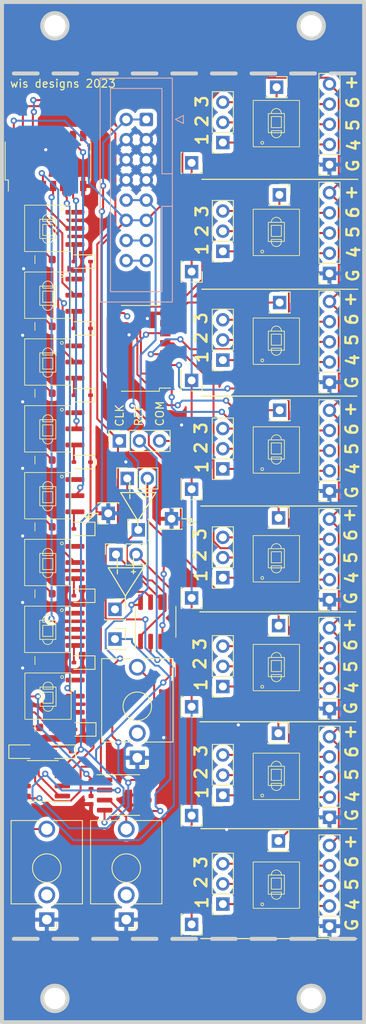
<source format=kicad_pcb>
(kicad_pcb (version 20221018) (generator pcbnew)
  (layers (0 "F.Cu" signal) (31 "B.Cu" signal) (34 "B.Paste" user) (35 "F.Paste" user) (36 "B.SilkS" user "B.Silkscreen") (37 "F.SilkS" user "F.Silkscreen") (38 "B.Mask" user) (39 "F.Mask" user) (44 "Edge.Cuts" user))
  (net 0 "")
  (net 1 "GND")
  (net 2 "Net-(D1-K)")
  (net 3 "Net-(D1-A)")
  (net 4 "Net-(D11-K)")
  (net 5 "Net-(D2-A)")
  (net 6 "Net-(D4-K)")
  (net 7 "Net-(D3-A)")
  (net 8 "Net-(D4-A)")
  (net 9 "Net-(D8-K)")
  (net 10 "Net-(D5-A)")
  (net 11 "Net-(D6-K)")
  (net 12 "Net-(D6-A)")
  (net 13 "Net-(D7-A)")
  (net 14 "Net-(D8-A)")
  (net 15 "-12V")
  (net 16 "+12V")
  (net 17 "+5V")
  (net 18 "CV")
  (net 19 "GATE")
  (net 20 "Net-(D9-A)")
  (net 21 "Net-(U1A-+)")
  (net 22 "Net-(D10-K)")
  (net 23 "Net-(D10-A)")
  (net 24 "Net-(D11-A)")
  (net 25 "Net-(D12-K)")
  (net 26 "Net-(D12-A)")
  (net 27 "clock")
  (net 28 "Net-(D13-A)")
  (net 29 "Net-(D14-K)")
  (net 30 "Net-(D14-A)")
  (net 31 "Net-(D15-A)")
  (net 32 "Net-(D16-K)")
  (net 33 "Net-(D16-A)")
  (net 34 "Net-(D17-A)")
  (net 35 "Net-(D18-K)")
  (net 38 "Net-(R12-Pad1)")
  (net 40 "Net-(U2-Q0)")
  (net 43 "Net-(U2-Q1)")
  (net 46 "Net-(U2-Q2)")
  (net 49 "Net-(U2-Q3)")
  (net 52 "Net-(U2-Q4)")
  (net 55 "Net-(U2-Q5)")
  (net 58 "Net-(U2-Q6)")
  (net 61 "Net-(U2-Q7)")
  (net 63 "Net-(U2-Q8)")
  (net 66 "Net-(JOUT1-PadT)")
  (net 67 "ref")
  (net 68 "Net-(U3B--)")
  (net 69 "Net-(J5-Pin_1)")
  (net 70 "Net-(J5-Pin_2)")
  (net 71 "Net-(J5-Pin_3)")
  (net 72 "Net-(J6-Pin_2)")
  (net 73 "Net-(J6-Pin_3)")
  (net 74 "Net-(J6-Pin_4)")
  (net 75 "Net-(J7-Pin_1)")
  (net 76 "Net-(J7-Pin_2)")
  (net 77 "Net-(J7-Pin_3)")
  (net 78 "Net-(J8-Pin_2)")
  (net 79 "Net-(J8-Pin_3)")
  (net 80 "Net-(J8-Pin_4)")
  (net 81 "Net-(J9-Pin_1)")
  (net 82 "Net-(J9-Pin_2)")
  (net 83 "Net-(J9-Pin_3)")
  (net 84 "Net-(J10-Pin_2)")
  (net 85 "Net-(J10-Pin_3)")
  (net 86 "Net-(J10-Pin_4)")
  (net 87 "Net-(J11-Pin_1)")
  (net 88 "Net-(J11-Pin_2)")
  (net 89 "Net-(J11-Pin_3)")
  (net 90 "Net-(J12-Pin_2)")
  (net 91 "Net-(J12-Pin_3)")
  (net 92 "Net-(J12-Pin_4)")
  (net 93 "Net-(J13-Pin_1)")
  (net 94 "Net-(J13-Pin_2)")
  (net 95 "Net-(J13-Pin_3)")
  (net 96 "Net-(J14-Pin_2)")
  (net 97 "Net-(J14-Pin_3)")
  (net 98 "Net-(J14-Pin_4)")
  (net 99 "Net-(J15-Pin_1)")
  (net 100 "Net-(J15-Pin_2)")
  (net 101 "Net-(J15-Pin_3)")
  (net 102 "Net-(J16-Pin_2)")
  (net 103 "Net-(J16-Pin_3)")
  (net 104 "Net-(J16-Pin_4)")
  (net 105 "Net-(J17-Pin_1)")
  (net 106 "Net-(J17-Pin_2)")
  (net 107 "Net-(J17-Pin_3)")
  (net 108 "Net-(J18-Pin_2)")
  (net 109 "Net-(J18-Pin_3)")
  (net 110 "Net-(J18-Pin_4)")
  (net 111 "Net-(J19-Pin_1)")
  (net 112 "Net-(J19-Pin_2)")
  (net 113 "Net-(J19-Pin_3)")
  (net 114 "Net-(J20-Pin_2)")
  (net 115 "Net-(J20-Pin_3)")
  (net 116 "Net-(J20-Pin_4)")
  (net 117 "Net-(U12-Q8)")
  (net 120 "Net-(J2-Pin_1)")
  (net 121 "Net-(JDEC1-Pin_1)")
  (net 122 "Net-(JDEC2-Pin_1)")
  (net 123 "Net-(JDEC3-Pin_1)")
  (net 124 "Net-(JDEC4-Pin_1)")
  (net 125 "Net-(JDEC5-Pin_1)")
  (net 126 "Net-(JDEC6-Pin_1)")
  (net 127 "Net-(JDEC7-Pin_1)")
  (net 128 "Net-(JDEC8-Pin_1)")
  (net 130 "Net-(J4-Pin_3)")
  (net 131 "Net-(R2-Pad2)")
  (net 132 "Net-(U1B--)")
  (net 133 "Net-(JDEC17-Pin_1)")
  (net 134 "Net-(JDEC18-Pin_1)")
  (net 135 "Net-(J21-Pin_1)")
  (net 136 "Net-(J21-Pin_2)")
  (net 137 "Net-(J22-Pin_1)")
  (net 138 "Net-(J22-Pin_2)")
  (net 139 "Net-(JDEC19-Pin_1)")
  (footprint "kpm-jlcpcb-basic:SOIC-8_3.9x4.9mm_P1.27mm" (layer "F.Cu") (at 25.146 118.11 90)
    (fp_text reference "U3" hide)
    (fp_text value "TL072CDT" hide)
  )
  (footprint "Connector_PinSocket_2.54mm:PinSocket_1x01_P2.54mm_Vertical" (layer "F.Cu") (at 55.048 71.418718)
    (fp_text reference "JDEC4" hide)
    (fp_text value "Conn_01x01" hide)
  )
  (footprint "EuroRackTools:D_SOD-323" (layer "F.Cu") (at 22.479 114.427)
    (fp_text reference "D18" hide)
    (fp_text value "1N4148WS" hide)
  )
  (footprint "Connector_PinSocket_2.54mm:PinSocket_1x02_P2.54mm_Vertical" (layer "F.Cu") (at 34.3916 89.5858 90)
    (fp_text reference "J22" hide)
    (fp_text value "Conn_01x02" hide)
  )
  (footprint "EuroRackTools:SMD switch 6pin" (layer "F.Cu") (at 25.781 99.0164 180)
    (fp_text reference "SW7" hide)
    (fp_text value "PUSHBTN_DPDT_LATCH" hide)
  )
  (footprint "Connector_PinSocket_2.54mm:PinSocket_1x01_P2.54mm_Vertical" (layer "F.Cu") (at 34.2646 96.4946)
    (fp_text reference "JDEC19" hide)
    (fp_text value "Conn_01x01" hide)
  )
  (footprint "EuroRackTools:SMD switch 6pin" (layer "F.Cu") (at 54.635 117.532716)
    (fp_text reference "SW42" hide)
    (fp_text value "PUSHBTN_DPDT_LATCH" hide)
  )
  (footprint "EuroRackTools:D_SOD-323" (layer "F.Cu") (at 30.129 61.1148 180)
    (fp_text reference "D3" hide)
    (fp_text value "1N4148WS" hide)
  )
  (footprint "Connector_PinSocket_2.54mm:PinSocket_1x01_P2.54mm_Vertical" (layer "F.Cu") (at 54.667 30.73015)
    (fp_text reference "JDEC1" hide)
    (fp_text value "Conn_01x01" hide)
  )
  (footprint "Connector_PinSocket_2.54mm:PinSocket_1x01_P2.54mm_Vertical" (layer "F.Cu") (at 43.942 53.961142 -90)
    (fp_text reference "JDEC11" hide)
    (fp_text value "Conn_01x01" hide)
  )
  (footprint "Connector_PinSocket_2.54mm:PinSocket_1x05_P2.54mm_Vertical" (layer "F.Cu") (at 61.341 54.185148 180)
    (fp_text reference "J18" hide)
    (fp_text value "Conn_01x05" hide)
  )
  (footprint "EuroRackTools:Jack_3.5mm_QingPu_WQP-PJ398SM_Vertical_CircularHoles" (layer "F.Cu") (at 25.654 135.574 180)
    (fp_text reference "JOUT1" hide)
    (fp_text value "Thonkiconn")
  )
  (footprint "EuroRackTools:SMD switch 6pin" (layer "F.Cu") (at 54.635 35.319864)
    (fp_text reference "SW48" hide)
    (fp_text value "PUSHBTN_DPDT_LATCH" hide)
  )
  (footprint "kpm-jlcpcb-basic:LED_0603_1608Metric" (layer "F.Cu") (at 25.557 111.3705)
    (fp_text reference "D16" hide)
    (fp_text value "blue" hide)
  )
  (footprint "EuroRackTools:D_SOD-323" (layer "F.Cu") (at 30.129 86.3696 180)
    (fp_text reference "D9" hide)
    (fp_text value "1N4148WS" hide)
  )
  (footprint "EuroRackTools:SOP-16_4.4x10.4mm_P1.27mm" (layer "F.Cu") (at 37.465 63.627 90)
    (fp_text reference "U12" hide)
    (fp_text value "CD4017BM" hide)
  )
  (footprint "Connector_PinSocket_2.54mm:PinSocket_1x05_P2.54mm_Vertical" (layer "F.Cu") (at 61.341 95.291574 180)
    (fp_text reference "J12" hide)
    (fp_text value "Conn_01x05" hide)
  )
  (footprint "kpm-jlcpcb-basic:R_0402_1005Metric" (layer "F.Cu") (at 23.144 60.8426 180)
    (fp_text reference "R5" hide)
    (fp_text value "4.7k" hide)
  )
  (footprint "Connector_PinSocket_2.54mm:PinSocket_1x01_P2.54mm_Vertical" (layer "F.Cu") (at 54.921 84.981574)
    (fp_text reference "JDEC5" hide)
    (fp_text value "Conn_01x01" hide)
  )
  (footprint "EuroRackTools:SMD switch 6pin" (layer "F.Cu") (at 54.635 49.022006)
    (fp_text reference "SW47" hide)
    (fp_text value "PUSHBTN_DPDT_LATCH" hide)
  )
  (footprint "Connector_PinSocket_2.54mm:PinSocket_1x02_P2.54mm_Vertical" (layer "F.Cu") (at 35.814 80.01 90)
    (fp_text reference "J21" hide)
    (fp_text value "Conn_01x02" hide)
  )
  (footprint "Connector_PinSocket_2.54mm:PinSocket_1x01_P2.54mm_Vertical" (layer "F.Cu") (at 43.942 81.365426 -90)
    (fp_text reference "JDEC15" hide)
    (fp_text value "Conn_01x01" hide)
  )
  (footprint "EuroRackTools:D_SOD-323" (layer "F.Cu") (at 27.686 114.427 180)
    (fp_text reference "D17" hide)
    (fp_text value "1N4148WS" hide)
  )
  (footprint "EuroRackTools:SMD switch 6pin" (layer "F.Cu") (at 25.781 73.7652 180)
    (fp_text reference "SW4" hide)
    (fp_text value "PUSHBTN_DPDT_LATCH" hide)
  )
  (footprint "Connector_PinSocket_2.54mm:PinSocket_1x03_P2.54mm_Vertical" (layer "F.Cu") (at 47.879 65.10829 180)
    (fp_text reference "J15" hide)
    (fp_text value "Conn_01x03" hide)
  )
  (footprint "EuroRackTools:D_SOD-323" (layer "F.Cu") (at 30.129 77.9514 180)
    (fp_text reference "D7" hide)
    (fp_text value "1N4148WS" hide)
  )
  (footprint "EuroRackTools:SMD switch 6pin" (layer "F.Cu") (at 25.781 48.514 180)
    (fp_text reference "SW1" hide)
    (fp_text value "PUSHBTN_DPDT_LATCH" hide)
  )
  (footprint "kpm-jlcpcb-basic:R_0402_1005Metric" (layer "F.Cu") (at 23.144 86.0431 180)
    (fp_text reference "R8" hide)
    (fp_text value "4.7k" hide)
  )
  (footprint "kpm-jlcpcb-basic:R_0402_1005Metric" (layer "F.Cu") (at 23.144 94.4432 180)
    (fp_text reference "R9" hide)
    (fp_text value "4.7k" hide)
  )
  (footprint "Connector_PinSocket_2.54mm:PinSocket_1x03_P2.54mm_Vertical" (layer "F.Cu") (at 47.879 119.916858 180)
    (fp_text reference "J7" hide)
    (fp_text value "Conn_01x03" hide)
  )
  (footprint "EuroRackTools:SMD switch 6pin" (layer "F.Cu") (at 54.635 131.234858)
    (fp_text reference "SW41" hide)
    (fp_text value "PUSHBTN_DPDT_LATCH" hide)
  )
  (footprint "Connector_PinSocket_2.54mm:PinSocket_1x01_P2.54mm_Vertical" (layer "F.Cu") (at 54.893 112.107286)
    (fp_text reference "JDEC7" hide)
    (fp_text value "Conn_01x01" hide)
  )
  (footprint "Connector_PinSocket_2.54mm:PinSocket_1x05_P2.54mm_Vertical" (layer "F.Cu") (at 61.341 122.695858 180)
    (fp_text reference "J8" hide)
    (fp_text value "Conn_01x05" hide)
  )
  (footprint "Connector_PinSocket_2.54mm:PinSocket_1x01_P2.54mm_Vertical" (layer "F.Cu") (at 54.893 125.670144)
    (fp_text reference "JDEC8" hide)
    (fp_text value "Conn_01x01" hide)
  )
  (footprint "kpm-jlcpcb-basic:LED_0603_1608Metric" (layer "F.Cu") (at 25.557 52.4425)
    (fp_text reference "D1" hide)
    (fp_text value "blue" hide)
  )
  (footprint "Connector_PinSocket_2.54mm:PinSocket_1x03_P2.54mm_Vertical" (layer "F.Cu") (at 47.879 37.704006 180)
    (fp_text reference "J19" hide)
    (fp_text value "Conn_01x03" hide)
  )
  (footprint "kpm-jlcpcb-basic:SOIC-8_3.9x4.9mm_P1.27mm" (layer "F.Cu") (at 35.433 119.888 -90)
    (fp_text reference "U1" hide)
    (fp_text value "TL072CDT" hide)
  )
  (footprint "kpm-jlcpcb-basic:LED_0603_1608Metric" (layer "F.Cu") (at 25.557 69.2791)
    (fp_text reference "D6" hide)
    (fp_text value "blue" hide)
  )
  (footprint "Connector_PinSocket_2.54mm:PinSocket_1x05_P2.54mm_Vertical" (layer "F.Cu") (at 61.341 81.589432 180)
    (fp_text reference "J14" hide)
    (fp_text value "Conn_01x05" hide)
  )
  (footprint "Connector_PinSocket_2.54mm:PinSocket_1x03_P2.54mm_Vertical" (layer "F.Cu") (at 47.879 106.214716 180)
    (fp_text reference "J9" hide)
    (fp_text value "Conn_01x03" hide)
  )
  (footprint "EuroRackTools:D_SOD-323" (layer "F.Cu") (at 30.129 103.2062 180)
    (fp_text reference "D13" hide)
    (fp_text value "1N4148WS" hide)
  )
  (footprint "EuroRackTools:SMD switch 6pin" (layer "F.Cu") (at 25.781 82.1823 180)
    (fp_text reference "SW5" hide)
    (fp_text value "PUSHBTN_DPDT_LATCH" hide)
  )
  (footprint "EuroRackTools:SOP-16_4.4x10.4mm_P1.27mm" (layer "F.Cu") (at 25.806 40.0215)
    (fp_text reference "U2" hide)
    (fp_text value "CD4017BM" hide)
  )
  (footprint "Connector_PinSocket_2.54mm:PinSocket_1x05_P2.54mm_Vertical" (layer "F.Cu") (at 61.341 40.483006 180)
    (fp_text reference "J20" hide)
    (fp_text value "Conn_01x05" hide)
  )
  (footprint "kpm-jlcpcb-basic:LED_0603_1608Metric" (layer "F.Cu") (at 25.557 102.9522)
    (fp_text reference "D14" hide)
    (fp_text value "blue" hide)
  )
  (footprint "Connector_PinSocket_2.54mm:PinSocket_1x01_P2.54mm_Vertical" (layer "F.Cu") (at 37.211 86.487 90)
    (fp_text reference "JDEC18" hide)
    (fp_text value "Conn_01x01" hide)
  )
  (footprint "EuroRackTools:Jack_3.5mm_QingPu_WQP-PJ398SM_Vertical_CircularHoles" (layer "F.Cu") (at 35.687 135.574 180)
    (fp_text reference "JCLK1" hide)
    (fp_text value "Thonkiconn")
  )
  (footprint "Connector_PinSocket_2.54mm:PinSocket_1x05_P2.54mm_Vertical" (layer "F.Cu") (at 61.341 108.993716 180)
    (fp_text reference "J10" hide)
    (fp_text value "Conn_01x05" hide)
  )
  (footprint "kpm-jlcpcb-basic:LED_0603_1608Metric" (layer "F.Cu") (at 25.557 86.1156)
    (fp_text reference "D10" hide)
    (fp_text value "blue" hide)
  )
  (footprint "EuroRackTools:D_SOD-323" (layer "F.Cu") (at 30.129 52.6965 180)
    (fp_text reference "D2" hide)
    (fp_text value "1N4148WS" hide)
  )
  (footprint "Connector_PinSocket_2.54mm:PinSocket_1x01_P2.54mm_Vertical" (layer "F.Cu") (at 43.942 95.067568 -90)
    (fp_text reference "JDEC10" hide)
    (fp_text value "Conn_01x01" hide)
  )
  (footprint "kpm-jlcpcb-basic:R_0402_1005Metric" (layer "F.Cu") (at 25.146 114.935)
    (fp_text reference "R12" hide)
    (fp_text value "100k" hide)
  )
  (footprint "Connector_PinSocket_2.54mm:PinSocket_1x01_P2.54mm_Vertical" (layer "F.Cu") (at 43.942 122.471852 -90)
    (fp_text reference "JDEC14" hide)
    (fp_text value "Conn_01x01" hide)
  )
  (footprint "kpm-jlcpcb-basic:R_0402_1005Metric" (layer "F.Cu") (at 23.144 77.6429 180)
    (fp_text reference "R7" hide)
    (fp_text value "4.7k" hide)
  )
  (footprint "kpm-jlcpcb-basic:SOIC-8_3.9x4.9mm_P1.27mm" (layer "F.Cu") (at 39.3954 98.0694)
    (fp_text reference "U4" hide)
    (fp_text value "TL072CDT" hide)
  )
  (footprint "kpm-jlcpcb-basic:R_0402_1005Metric" (layer "F.Cu") (at 23.144 52.4425 180)
    (fp_text reference "R4" hide)
    (fp_text value "4.7k" hide)
  )
  (footprint "EuroRackTools:SMD switch 6pin" (layer "F.Cu") (at 54.635 103.830574)
    (fp_text reference "SW44" hide)
    (fp_text value "PUSHBTN_DPDT_LATCH" hide)
  )
  (footprint "Connector_PinSocket_2.54mm:PinSocket_1x01_P2.54mm_Vertical" (layer "F.Cu") (at 43.942 136.173994 -90)
    (fp_text reference "JDEC16" hide)
    (fp_text value "Conn_01x01" hide)
  )
  (footprint "kpm-jlcpcb-basic:R_0402_1005Metric" (layer "F.Cu") (at 23.144 69.2428 180)
    (fp_text reference "R6" hide)
    (fp_text value "4.7k" hide)
  )
  (footprint "Connector_PinSocket_2.54mm:PinSocket_1x01_P2.54mm_Vertical" (layer "F.Cu") (at 34.2646 100.2396)
    (fp_text reference "JDEC17" hide)
    (fp_text value "Conn_01x01" hide)
  )
  (footprint "kpm-jlcpcb-basic:R_0603_1608Metric" (layer "F.Cu") (at 22.098 121.793 180)
    (fp_text reference "R13" hide)
    (fp_text value "1k" hide)
  )
  (footprint "Connector_PinSocket_2.54mm:PinSocket_1x01_P2.54mm_Vertical" (layer "F.Cu") (at 55.02 44.293006)
    (fp_text reference "JDEC2" hide)
    (fp_text value "Conn_01x01" hide)
  )
  (footprint "kpm-jlcpcb-basic:LED_0603_1608Metric" (layer "F.Cu") (at 25.557 60.8608)
    (fp_text reference "D4" hide)
    (fp_text value "blue" hide)
  )
  (footprint "Connector_PinSocket_2.54mm:PinSocket_1x01_P2.54mm_Vertical" (layer "F.Cu") (at 55.048 57.855862)
    (fp_text reference "JDEC3" hide)
    (fp_text value "Conn_01x01" hide)
  )
  (footprint "Connector_PinSocket_2.54mm:PinSocket_1x01_P2.54mm_Vertical" (layer "F.Cu") (at 43.942 108.76971 -90)
    (fp_text reference "JDEC12" hide)
    (fp_text value "Conn_01x01" hide)
  )
  (footprint "EuroRackTools:SMD switch 6pin" (layer "F.Cu") (at 54.635 76.42629)
    (fp_text reference "SW45" hide)
    (fp_text value "PUSHBTN_DPDT_LATCH" hide)
  )
  (footprint "EuroRackTools:SMD switch 6pin" (layer "F.Cu") (at 54.635 62.724148)
    (fp_text reference "SW46" hide)
    (fp_text value "PUSHBTN_DPDT_LATCH" hide)
  )
  (footprint "Connector_PinSocket_2.54mm:PinSocket_1x01_P2.54mm_Vertical" (layer "F.Cu") (at 43.942 67.663284 -90)
    (fp_text reference "JDEC13" hide)
    (fp_text value "Conn_01x01" hide)
  )
  (footprint "EuroRackTools:D_SOD-323" (layer "F.Cu") (at 30.129 69.5331 180)
    (fp_text reference "D5" hide)
    (fp_text value "1N4148WS" hide)
  )
  (footprint "Connector_PinSocket_2.54mm:PinSocket_1x03_P2.54mm_Vertical" (layer "F.Cu") (at 34.813 75.286 90)
    (fp_text reference "J4" hide)
    (fp_text value "Conn_01x03" hide)
  )
  (footprint "Connector_PinSocket_2.54mm:PinSocket_1x03_P2.54mm_Vertical" (layer "F.Cu") (at 47.879 92.512574 180)
    (fp_text reference "J11" hide)
    (fp_text value "Conn_01x03" hide)
  )
  (footprint "kpm-jlcpcb-basic:LED_0603_1608Metric" (layer "F.Cu") (at 25.557 94.5339)
    (fp_text reference "D12" hide)
    (fp_text value "blue" hide)
  )
  (footprint "EuroRackTools:SMD switch 6pin" (layer "F.Cu") (at 25.811 107.4335 180)
    (fp_text reference "SW8" hide)
    (fp_text value "PUSHBTN_DPDT_LATCH" hide)
  )
  (footprint "EuroRackTools:SMD switch 6pin" (layer "F.Cu") (at 54.635 90.128432)
    (fp_text reference "SW43" hide)
    (fp_text value "PUSHBTN_DPDT_LATCH" hide)
  )
  (footprint "Connector_PinSocket_2.54mm:PinSocket_1x03_P2.54mm_Vertical" (layer "F.Cu") (at 47.879 133.619 180)
    (fp_text reference "J5" hide)
    (fp_text value "Conn_01x03" hide)
  )
  (footprint "kpm-jlcpcb-basic:R_0402_1005Metric" (layer "F.Cu") (at 31.242 120.523 -90)
    (fp_text reference "R3" hide)
    (fp_text value "150k" hide)
  )
  (footprint "Connector_PinSocket_2.54mm:PinSocket_1x01_P2.54mm_Vertical" (layer "F.Cu") (at 54.921 98.54443)
    (fp_text reference "JDEC6" hide)
    (fp_text value "Conn_01x01" hide)
  )
  (footprint "EuroRackTools:SMD switch 6pin" (layer "F.Cu") (at 25.781 65.3481 180)
    (fp_text reference "SW3" hide)
    (fp_text value "PUSHBTN_DPDT_LATCH" hide)
  )
  (footprint "Connector_PinSocket_2.54mm:PinSocket_1x01_P2.54mm_Vertical" (layer "F.Cu") (at 41.402 85.09)
    (fp_text reference "JDEC20" hide)
    (fp_text value "Conn_01x01" hide)
  )
  (footprint "Connector_PinSocket_2.54mm:PinSocket_1x05_P2.54mm_Vertical" (layer "F.Cu") (at 61.341 67.88729 180)
    (fp_text reference "J16" hide)
    (fp_text value "Conn_01x05" hide)
  )
  (footprint "kpm-jlcpcb-basic:R_0402_1005Metric" (layer "F.Cu") (at 20.955 116.332 -90)
    (fp_text reference "R14" hide)
    (fp_text value "100k" hide)
  )
  (footprint "Connector_PinSocket_2.54mm:PinSocket_1x01_P2.54mm_Vertical" (layer "F.Cu") (at 43.942 40.259 -90)
    (fp_text reference "JDEC9" hide)
    (fp_text value "Conn_01x01" hide)
  )
  (footprint "EuroRackTools:Jack_3.5mm_QingPu_WQP-PJ398SM_Vertical_CircularHoles" (layer "F.Cu") (at 37.084 115.189 180)
    (fp_text reference "JCLK2" hide)
    (fp_text value "Thonkiconn")
  )
  (footprint "Connector_PinSocket_2.54mm:PinSocket_1x01_P2.54mm_Vertical" (layer "F.Cu") (at 33.4172 84.4042 180)
    (fp_text reference "JDEC21" hide)
    (fp_text value "Conn_01x01" hide)
  )
  (footprint "kpm-jlcpcb-basic:R_0402_1005Metric" (layer "F.Cu") (at 31.242 118.618 -90)
    (fp_text reference "R2" hide)
    (fp_text value "150k" hide)
  )
  (footprint "kpm-jlcpcb-basic:LED_0603_1608Metric" (layer "F.Cu") (at 25.557 77.6974)
    (fp_text reference "D8" hide)
    (fp_text value "blue" hide)
  )
  (footprint "Connector_PinSocket_2.54mm:PinSocket_1x03_P2.54mm_Vertical" (layer "F.Cu") (at 47.879 51.406148 180)
    (fp_text reference "J17" hide)
    (fp_text value "Conn_01x03" hide)
  )
  (footprint "Connector_PinSocket_2.54mm:PinSocket_1x05_P2.54mm_Vertical" (layer "F.Cu") (at 61.341 136.398 180)
    (fp_text reference "J6" hide)
    (fp_text value "Conn_01x05" hide)
  )
  (footprint "Connector_PinSocket_2.54mm:PinSocket_1x03_P2.54mm_Vertical" (layer "F.Cu") (at 47.879 78.810432 180)
    (fp_text reference "J13" hide)
    (fp_text value "Conn_01x03" hide)
  )
  (footprint "kpm-jlcpcb-basic:R_0402_1005Metric" (layer "F.Cu") (at 23.144 102.8434 180)
    (fp_text reference "R10" hide)
    (fp_text value "4.7k" hide)
  )
  (footprint "kpm-jlcpcb-basic:R_0402_1005Metric" (layer "F.Cu") (at 23.144 111.2435 180)
    (fp_text reference "R11" hide)
    (fp_text value "4.7k" hide)
  )
  (footprint "EuroRackTools:SMD switch 6pin" (layer "F.Cu") (at 25.781 56.9311 180)
    (fp_text reference "SW2" hide)
    (fp_text value "PUSHBTN_DPDT_LATCH" hide)
  )
  (footprint "EuroRackTools:D_SOD-323" (layer "F.Cu") (at 30.129 94.7879 180)
    (fp_text reference "D11" hide)
    (fp_text value "1N4148WS" hide)
  )
  (footprint "EuroRackTools:D_SOD-323" (layer "F.Cu") (at 30.256 111.6245 180)
    (fp_text reference "D15" hide)
    (fp_text value "1N4148WS" hide)
  )
  (footprint "EuroRackTools:SMD switch 6pin" (layer "F.Cu") (at 25.781 90.5994 180)
    (fp_text reference "SW6" hide)
    (fp_text value "PUSHBTN_DPDT_LATCH" hide)
  )
  (footprint "Connector_IDC:IDC-Header_2x08_P2.54mm_Vertical" (layer "B.Cu") (at 38.2175 34.798 180)
    (fp_text reference "J1" hide)
    (fp_text value "EuroPower16" hide)
  )
  (gr_line (start 38.1635 81.788) (end 38.1635 80.518) (stroke (width 0.15)) (layer "F.SilkS"))
  (gr_line (start 43.942 85.09) (end 43.942 85.471) (stroke (width 0.15)) (layer "F.SilkS"))
  (gr_line (start 35.5781 94.8178) (end 37.8641 91.2618) (stroke (width 0.15)) (layer "F.SilkS"))
  (gr_line (start 35.5781 96.0878) (end 35.5781 94.8178) (stroke (width 0.15)) (layer "F.SilkS"))
  (gr_line (start 37.1475 86.614) (end 37.1475 85.344) (stroke (width 0.15)) (layer "F.SilkS"))
  (gr_line (start 64.668 110.660858) (end 44.983 110.660858) (stroke (width 0.15)) (layer "F.SilkS"))
  (gr_line (start 64.795 69.639858) (end 45.11 69.639858) (stroke (width 0.15)) (layer "F.SilkS"))
  (gr_line (start 33.4191 91.2618) (end 35.5781 94.8178) (stroke (width 0.15)) (layer "F.SilkS"))
  (gr_line (start 44.5008 85.471) (end 43.942 85.9028) (stroke (width 0.15)) (layer "F.SilkS"))
  (gr_line (start 34.5621 91.2618) (end 34.5621 89.9918) (stroke (width 0.15)) (layer "F.SilkS"))
  (gr_line (start 30.413 84.7852) (end 31.5052 84.7852) (stroke (width 0.15)) (layer "F.SilkS"))
  (gr_line (start 38.4175 82.296) (end 37.9095 82.296) (stroke (width 0.15)) (layer "F.SilkS"))
  (gr_line (start 64.922 42.334858) (end 45.237 42.334858) (stroke (width 0.15)) (layer "F.SilkS"))
  (gr_line (start 38.1635 82.042) (end 38.1635 82.55) (stroke (width 0.15)) (layer "F.SilkS"))
  (gr_line (start 37.1475 85.344) (end 39.4335 81.788) (stroke (width 0.15)) (layer "F.SilkS"))
  (gr_line (start 64.795 83.482858) (end 45.11 83.482858) (stroke (width 0.15)) (layer "F.SilkS"))
  (gr_line (start 64.922 56.177858) (end 45.237 56.177858) (stroke (width 0.15)) (layer "F.SilkS"))
  (gr_line (start 36.1315 82.042) (end 36.1315 82.55) (stroke (width 0.15)) (layer "F.SilkS"))
  (gr_line (start 30.9464 84.4042) (end 32.1564 84.4042) (stroke (width 0.15)) (layer "F.SilkS"))
  (gr_line (start 36.8481 91.7698) (end 36.3401 91.7698) (stroke (width 0.15)) (layer "F.SilkS"))
  (gr_line (start 43.942 85.9028) (end 43.4086 85.471) (stroke (width 0.15)) (layer "F.SilkS"))
  (gr_line (start 36.5941 91.5158) (end 36.5941 92.0238) (stroke (width 0.15)) (layer "F.SilkS"))
  (gr_line (start 42.732 85.09) (end 43.942 85.09) (stroke (width 0.15)) (layer "F.SilkS"))
  (gr_line (start 31.5052 84.7852) (end 30.9464 85.217) (stroke (width 0.15)) (layer "F.SilkS"))
  (gr_line (start 36.1315 81.788) (end 36.1315 80.518) (stroke (width 0.15)) (layer "F.SilkS"))
  (gr_line (start 30.9464 85.217) (end 30.413 84.7852) (stroke (width 0.15)) (layer "F.SilkS"))
  (gr_line (start 36.5941 91.2618) (end 36.5941 89.9918) (stroke (width 0.15)) (layer "F.SilkS"))
  (gr_line (start 37.8641 91.2618) (end 33.4191 91.2618) (stroke (width 0.15)) (layer "F.SilkS"))
  (gr_line (start 34.9885 81.788) (end 37.1475 85.344) (stroke (width 0.15)) (layer "F.SilkS"))
  (gr_line (start 64.795 137.965858) (end 45.11 137.965858) (stroke (width 0.15)) (layer "F.SilkS"))
  (gr_line (start 39.4335 81.788) (end 34.9885 81.788) (stroke (width 0.15)) (layer "F.SilkS"))
  (gr_line (start 34.5621 91.5158) (end 34.5621 92.0238) (stroke (width 0.15)) (layer "F.SilkS"))
  (gr_line (start 43.4086 85.471) (end 44.5008 85.471) (stroke (width 0.15)) (layer "F.SilkS"))
  (gr_line (start 64.668 96.817858) (end 44.983 96.817858) (stroke (width 0.15)) (layer "F.SilkS"))
  (gr_line (start 64.795 124.122858) (end 45.11 124.122858) (stroke (width 0.15)) (layer "F.SilkS"))
  (gr_line (start 30.9464 84.4042) (end 30.9464 84.7852) (stroke (width 0.15)) (layer "F.SilkS"))
  (gr_line (start 56.5 29) (end 59.5 29) (stroke (width 0.5)) (layer "Edge.Cuts"))
  (gr_line (start 31.5 29) (end 34.5 29) (stroke (width 0.5)) (layer "Edge.Cuts"))
  (gr_line (start 61.5 29) (end 64.5 29) (stroke (width 0.5)) (layer "Edge.Cuts"))
  (gr_circle (center 26.68 145.5) (end 26.68 147.1) (stroke (width 0.5)) (fill none) (layer "Edge.Cuts"))
  (gr_line (start 41.5 138) (end 44.5 138) (stroke (width 0.5)) (layer "Edge.Cuts"))
  (gr_line (start 26.5 29) (end 29.5 29) (stroke (width 0.5)) (layer "Edge.Cuts"))
  (gr_line (start 51.5 138) (end 54.5 138) (stroke (width 0.5)) (layer "Edge.Cuts"))
  (gr_line (start 26.5 138) (end 29.5 138) (stroke (width 0.5)) (layer "Edge.Cuts"))
  (gr_line (start 41.5 29) (end 44.5 29) (stroke (width 0.5)) (layer "Edge.Cuts"))
  (gr_circle (center 59.04 145.5) (end 59.04 147.1) (stroke (width 0.5)) (fill none) (layer "Edge.Cuts"))
  (gr_line (start 61.5 138) (end 64.5 138) (stroke (width 0.5)) (layer "Edge.Cuts"))
  (gr_line (start 36.5 138) (end 39.5 138) (stroke (width 0.5)) (layer "Edge.Cuts"))
  (gr_line (start 21.5 138) (end 24.5 138) (stroke (width 0.5)) (layer "Edge.Cuts"))
  (gr_circle (center 26.68 23) (end 26.68 24.6) (stroke (width 0.5)) (fill none) (layer "Edge.Cuts"))
  (gr_line (start 56.5 138) (end 59.5 138) (stroke (width 0.5)) (layer "Edge.Cuts"))
  (gr_circle (center 59.04 23) (end 59.04 24.6) (stroke (width 0.5)) (fill none) (layer "Edge.Cuts"))
  (gr_line (start 46.5 29) (end 49.5 29) (stroke (width 0.5)) (layer "Edge.Cuts"))
  (gr_line (start 51.5 29) (end 54.5 29) (stroke (width 0.5)) (layer "Edge.Cuts"))
  (gr_line (start 36.5 29) (end 39.5 29) (stroke (width 0.5)) (layer "Edge.Cuts"))
  (gr_rect (start 20 20) (end 65.72 148.5) (stroke (width 0.5)) (fill none) (layer "Edge.Cuts"))
  (gr_line (start 31.5 138) (end 34.5 138) (stroke (width 0.5)) (layer "Edge.Cuts"))
  (gr_line (start 21.5 29) (end 24.5 29) (stroke (width 0.5)) (layer "Edge.Cuts"))
  (gr_line (start 46.5 138) (end 49.5 138) (stroke (width 0.5)) (layer "Edge.Cuts"))
  (gr_text "2" (at 46.13 49.754006 90) (layer "F.SilkS") (effects (font (size 1.5 1.5) (thickness 0.3) bold) (justify left bottom)))
  (gr_text "3" (at 45.872 87.927858 90) (layer "F.SilkS") (effects (font (size 1.5 1.5) (thickness 0.3) bold) (justify left bottom)))
  (gr_text "CLK" (at 35.433 73.580619 90) (layer "F.SilkS") (effects (font (size 1 1)) (justify left bottom)))
  (gr_text "G" (at 64.922 96.055858 90) (layer "F.SilkS") (effects (font (size 1.5 1.5) (thickness 0.3) bold) (justify left bottom)))
  (gr_text "5" (at 65.176 36.419006 90) (layer "F.SilkS") (effects (font (size 1.5 1.5) (thickness 0.3) bold) (justify left bottom)))
  (gr_text "2" (at 45.876 90.648006 90) (layer "F.SilkS") (effects (font (size 1.5 1.5) (thickness 0.3) bold) (justify left bottom)))
  (gr_text "2" (at 46.003 63.216006 90) (layer "F.SilkS") (effects (font (size 1.5 1.5) (thickness 0.3) bold) (justify left bottom)))
  (gr_text "+" (at 64.795 113.073858 90) (layer "F.SilkS") (effects (font (size 1.5 1.5) (thickness 0.3) bold) (justify left bottom)))
  (gr_text "5" (at 64.922 90.902006 90) (layer "F.SilkS") (effects (font (size 1.5 1.5) (thickness 0.3) bold) (justify left bottom)))
  (gr_text "3" (at 46.126 47.287858 90) (layer "F.SilkS") (effects (font (size 1.5 1.5) (thickness 0.3) bold) (justify left bottom)))
  (gr_text "2" (at 46.003 131.796006 90) (layer "F.SilkS") (effects (font (size 1.5 1.5) (thickness 0.3) bold) (justify left bottom)))
  (gr_text "1" (at 46.13 65.629006 90) (layer "F.SilkS") (effects (font (size 1.5 1.5) (thickness 0.3) bold) (justify left bottom)))
  (gr_text "6" (at 65.176 47.414858 90) (layer "F.SilkS") (effects (font (size 1.5 1.5) (thickness 0.3) bold) (justify left bottom)))
  (gr_text "2" (at 46.13 35.911006 90) (layer "F.SilkS") (effects (font (size 1.5 1.5) (thickness 0.3) bold) (justify left bottom)))
  (gr_text "G" (at 65.176 41.572858 90) (layer "F.SilkS") (effects (font (size 1.5 1.5) (thickness 0.3) bold) (justify left bottom)))
  (gr_text "1" (at 46.13 38.197006 90) (layer "F.SilkS") (effects (font (size 1.5 1.5) (thickness 0.3) bold) (justify left bottom)))
  (gr_text "1" (at 46.003 106.904006 90) (layer "F.SilkS") (effects (font (size 1.5 1.5) (thickness 0.3) bold) (justify left bottom)))
  (gr_text "4" (at 65.307 52.421006 90) (layer "F.SilkS") (effects (font (size 1.5 1.5) (thickness 0.3) bold) (justify left bottom)))
  (gr_text "wis designs 2023" (at 20.9296 30.861) (layer "F.SilkS") (effects (font (size 1 1)) (justify left bottom)))
  (gr_text "COM" (at 40.513 73.533 90) (layer "F.SilkS") (effects (font (size 1 1)) (justify left bottom)))
  (gr_text "6" (at 65.049 74.719858 90) (layer "F.SilkS") (effects (font (size 1.5 1.5) (thickness 0.3) bold) (justify left bottom)))
  (gr_text "4" (at 65.18 121.001006 90) (layer "F.SilkS") (effects (font (size 1.5 1.5) (thickness 0.3) bold) (justify left bottom)))
  (gr_text "1" (at 46.13 52.040006 90) (layer "F.SilkS") (effects (font (size 1.5 1.5) (thickness 0.3) bold) (justify left bottom)))
  (gr_text "+" (at 64.668 99.611858 90) (layer "F.SilkS") (effects (font (size 1.5 1.5) (thickness 0.3) bold) (justify left bottom)))
  (gr_text "3" (at 45.999 129.256006 90) (layer "F.SilkS") (effects (font (size 1.5 1.5) (thickness 0.3) bold) (justify left bottom)))
  (gr_text "6" (at 65.176 33.571858 90) (layer "F.SilkS") (effects (font (size 1.5 1.5) (thickness 0.3) bold) (justify left bottom)))
  (gr_text "5" (at 65.049 118.207006 90) (layer "F.SilkS") (effects (font (size 1.5 1.5) (thickness 0.3) bold) (justify left bottom)))
  (gr_text "6" (at 64.922 101.897858 90) (layer "F.SilkS") (effects (font (size 1.5 1.5) (thickness 0.3) bold) (justify left bottom)))
  (gr_text "4" (at 65.053 107.285006 90) (layer "F.SilkS") (effects (font (size 1.5 1.5) (thickness 0.3) bold) (justify left bottom)))
  (gr_text "4" (at 65.18 134.590006 90) (layer "F.SilkS") (effects (font (size 1.5 1.5) (thickness 0.3) bold) (justify left bottom)))
  (gr_text "1" (at 46.13 79.472006 90) (layer "F.SilkS") (effects (font (size 1.5 1.5) (thickness 0.3) bold) (justify left bottom)))
  (gr_text "6" (at 65.049 129.202858 90) (layer "F.SilkS") (effects (font (size 1.5 1.5) (thickness 0.3) bold) (justify left bottom)))
  (gr_text "G" (at 65.049 82.720858 90) (layer "F.SilkS") (effects (font (size 1.5 1.5) (thickness 0.3) bold) (justify left bottom)))
  (gr_text "2" (at 46.003 118.080006 90) (layer "F.SilkS") (effects (font (size 1.5 1.5) (thickness 0.3) bold) (justify left bottom)))
  (gr_text "REF" (at 37.846 73.533 90) (layer "F.SilkS") (effects (font (size 1 1)) (justify left bottom)))
  (gr_text "+" (at 64.922 31.285858 90) (layer "F.SilkS") (effects (font (size 1.5 1.5) (thickness 0.3) bold) (justify left bottom)))
  (gr_text "G" (at 64.922 109.898858 90) (layer "F.SilkS") (effects (font (size 1.5 1.5) (thickness 0.3) bold) (justify left bottom)))
  (gr_text "5" (at 65.049 77.186006 90) (layer "F.SilkS") (effects (font (size 1.5 1.5) (thickness 0.3) bold) (justify left bottom)))
  (gr_text "3" (at 45.999 115.232858 90) (layer "F.SilkS") (effects (font (size 1.5 1.5) (thickness 0.3) bold) (justify left bottom)))
  (gr_text "3" (at 45.999 74.592858 90) (layer "F.SilkS") (effects (font (size 1.5 1.5) (thickness 0.3) bold) (justify left bottom)))
  (gr_text "G" (at 65.049 123.360858 90) (layer "F.SilkS") (effects (font (size 1.5 1.5) (thickness 0.3) bold) (justify left bottom)))
  (gr_text "+" (at 64.922 45.128858 90) (layer "F.SilkS") (effects (font (size 1.5 1.5) (thickness 0.3) bold) (justify left bottom)))
  (gr_text "1" (at 46.13 120.493006 90) (layer "F.SilkS") (effects (font (size 1.5 1.5) (thickness 0.3) bold) (justify left bottom)))
  (gr_text "+" (at 64.795 58.590858 90) (layer "F.SilkS") (effects (font (size 1.5 1.5) (thickness 0.3) bold) (justify left bottom)))
  (gr_text "G" (at 65.049 137.203858 90) (layer "F.SilkS") (effects (font (size 1.5 1.5) (thickness 0.3) bold) (justify left bottom)))
  (gr_text "6" (at 65.049 115.359858 90) (layer "F.SilkS") (effects (font (size 1.5 1.5) (thickness 0.3) bold) (justify left bottom)))
  (gr_text "5" (at 64.922 104.618006 90) (layer "F.SilkS") (effects (font (size 1.5 1.5) (thickness 0.3) bold) (justify left bottom)))
  (gr_text "G" (at 65.176 55.415858 90) (layer "F.SilkS") (effects (font (size 1.5 1.5) (thickness 0.3) bold) (justify left bottom)))
  (gr_text "3" (at 46.126 33.444858 90) (layer "F.SilkS") (effects (font (size 1.5 1.5) (thickness 0.3) bold) (justify left bottom)))
  (gr_text "6" (at 64.922 88.054858 90) (layer "F.SilkS") (effects (font (size 1.5 1.5) (thickness 0.3) bold) (justify left bottom)))
  (gr_text "3" (at 45.872 101.770858 90) (layer "F.SilkS") (effects (font (size 1.5 1.5) (thickness 0.3) bold) (justify left bottom)))
  (gr_text "5" (at 65.049 132.050006 90) (layer "F.SilkS") (effects (font (size 1.5 1.5) (thickness 0.3) bold) (justify left bottom)))
  (gr_text "6" (at 65.049 60.876858 90) (layer "F.SilkS") (effects (font (size 1.5 1.5) (thickness 0.3) bold) (justify left bottom)))
  (gr_text "4" (at 65.18 79.726006 90) (layer "F.SilkS") (effects (font (size 1.5 1.5) (thickness 0.3) bold) (justify left bottom)))
  (gr_text "1" (at 46.13 134.336006 90) (layer "F.SilkS") (effects (font (size 1.5 1.5) (thickness 0.3) bold) (justify left bottom)))
  (gr_text "2" (at 46.003 77.059006 90) (layer "F.SilkS") (effects (font (size 1.5 1.5) (thickness 0.3) bold) (justify left bottom)))
  (gr_text "4" (at 65.053 93.442006 90) (layer "F.SilkS") (effects (font (size 1.5 1.5) (thickness 0.3) bold) (justify left bottom)))
  (gr_text "+" (at 64.795 72.433858 90) (layer "F.SilkS") (effects (font (size 1.5 1.5) (thickness 0.3) bold) (justify left bottom)))
  (gr_text "4" (at 65.307 38.959006 90) (layer "F.SilkS") (effects (font (size 1.5 1.5) (thickness 0.3) bold) (justify left bottom)))
  (gr_text "1" (at 46.003 93.188006 90) (layer "F.SilkS") (effects (font (size 1.5 1.5) (thickness 0.3) bold) (justify left bottom)))
  (gr_text "G" (at 65.049 68.877858 90) (layer "F.SilkS") (effects (font (size 1.5 1.5) (thickness 0.3) bold) (justify left bottom)))
  (gr_text "+" (at 64.795 126.916858 90) (layer "F.SilkS") (effects (font (size 1.5 1.5) (thickness 0.3) bold) (justify left bottom)))
  (gr_text "3" (at 45.999 60.749858 90) (layer "F.SilkS") (effects (font (size 1.5 1.5) (thickness 0.3) bold) (justify left bottom)))
  (gr_text "2" (at 45.876 104.237006 90) (layer "F.SilkS") (effects (font (size 1.5 1.5) (thickness 0.3) bold) (justify left bottom)))
  (gr_text "+" (at 64.668 85.768858 90) (layer "F.SilkS") (effects (font (size 1.5 1.5) (thickness 0.3) bold) (justify left bottom)))
  (gr_text "5" (at 65.049 63.470006 90) (layer "F.SilkS") (effects (font (size 1.5 1.5) (thickness 0.3) bold) (justify left bottom)))
  (gr_text "5" (at 65.18 49.881006 90) (layer "F.SilkS") (effects (font (size 1.5 1.5) (thickness 0.3) bold) (justify left bottom)))
  (gr_text "4" (at 65.18 66.010006 90) (layer "F.SilkS") (effects (font (size 1.5 1.5) (thickness 0.3) bold) (justify left bottom)))
  (via (at 25.527 38.608) (size 0.8) (drill 0.4) (layers "F.Cu" "B.Cu") (net 1))
  (via (at 36.0426 61.9252) (size 0.8) (drill 0.4) (layers "F.Cu" "B.Cu") (net 1))
  (via (at 22.606 103.886) (size 0.8) (drill 0.4) (layers "F.Cu" "B.Cu") (net 1))
  (via (at 22.606 78.74) (size 0.8) (drill 0.4) (layers "F.Cu" "B.Cu") (net 1))
  (via (at 40.4114 112.649) (size 0.8) (drill 0.4) (layers "F.Cu" "B.Cu") (net 1))
  (via (at 49.8348 111.0488) (size 0.8) (drill 0.4) (layers "F.Cu" "B.Cu") (net 1))
  (via (at 22.733 53.594) (size 0.8) (drill 0.4) (layers "F.Cu" "B.Cu") (net 1))
  (via (at 38.354 59.8678) (size 0.8) (drill 0.4) (layers "F.Cu" "B.Cu") (net 1))
  (via (at 48.3616 124.2314) (size 0.8) (drill 0.4) (layers "F.Cu" "B.Cu") (net 1))
  (via (at 22.606 87.249) (size 0.8) (drill 0.4) (layers "F.Cu" "B.Cu") (net 1))
  (via (at 35.6362 77.9272) (size 0.8) (drill 0.4) (layers "F.Cu" "B.Cu") (net 1))
  (via (at 42.672 73.279) (size 0.8) (drill 0.4) (layers "F.Cu" "B.Cu") (net 1))
  (via (at 22.606 61.976) (size 0.8) (drill 0.4) (layers "F.Cu" "B.Cu") (net 1))
  (via (at 22.606 95.631) (size 0.8) (drill 0.4) (layers "F.Cu" "B.Cu") (net 1))
  (via (at 22.606 70.358) (size 0.8) (drill 0.4) (layers "F.Cu" "B.Cu") (net 1))
  (segment (start 24.7695 52.4425) (end 23.654 52.4425) (width 0.25) (layer "F.Cu") (net 2))
  (segment (start 26.3445 52.4425) (end 24.448 50.546) (width 0.25) (layer "F.Cu") (net 3))
  (segment (start 24.448 50.546) (end 22.352 50.546) (width 0.25) (layer "F.Cu") (net 3))
  (segment (start 31.179 111.4975) (end 31.306 111.6245) (width 0.25) (layer "F.Cu") (net 4))
  (segment (start 31.179 103.2062) (end 31.179 111.4975) (width 0.25) (layer "F.Cu") (net 4))
  (segment (start 27.621 117.475) (end 27.997751 117.475) (width 0.25) (layer "F.Cu") (net 4))
  (segment (start 31.179 94.7879) (end 31.179 103.2062) (width 0.25) (layer "F.Cu") (net 4))
  (segment (start 31.179 61.1148) (end 31.179 69.5331) (width 0.25) (layer "F.Cu") (net 4))
  (segment (start 31.5637 113.909051) (end 31.5637 111.8822) (width 0.25) (layer "F.Cu") (net 4))
  (segment (start 31.179 69.5331) (end 31.179 77.9514) (width 0.25) (layer "F.Cu") (net 4))
  (segment (start 27.997751 117.475) (end 31.5637 113.909051) (width 0.25) (layer "F.Cu") (net 4))
  (segment (start 31.179 77.9514) (end 31.179 86.3696) (width 0.25) (layer "F.Cu") (net 4))
  (segment (start 31.179 52.6965) (end 31.179 61.1148) (width 0.25) (layer "F.Cu") (net 4))
  (segment (start 31.179 86.3696) (end 31.179 94.7879) (width 0.25) (layer "F.Cu") (net 4))
  (segment (start 31.306 111.6245) (end 31.5637 111.8822) (width 0.25) (layer "F.Cu") (net 4))
  (segment (start 29.079 52.6965) (end 29.079 50.677) (width 0.25) (layer "F.Cu") (net 5))
  (segment (start 29.079 50.677) (end 29.21 50.546) (width 0.25) (layer "F.Cu") (net 5))
  (segment (start 23.6721 60.8608) (end 23.654 60.8426) (width 0.25) (layer "F.Cu") (net 6))
  (segment (start 24.7695 60.8608) (end 23.6721 60.8608) (width 0.25) (layer "F.Cu") (net 6))
  (segment (start 29.079 59.0941) (end 29.21 58.9631) (width 0.25) (layer "F.Cu") (net 7))
  (segment (start 29.079 61.1148) (end 29.079 59.0941) (width 0.25) (layer "F.Cu") (net 7))
  (segment (start 26.3445 60.8608) (end 24.4468 58.9631) (width 0.25) (layer "F.Cu") (net 8))
  (segment (start 24.4468 58.9631) (end 22.352 58.9631) (width 0.25) (layer "F.Cu") (net 8))
  (segment (start 23.7084 77.6974) (end 23.654 77.6429) (width 0.25) (layer "F.Cu") (net 9))
  (segment (start 24.7695 77.6974) (end 23.7084 77.6974) (width 0.25) (layer "F.Cu") (net 9))
  (segment (start 29.079 69.5331) (end 29.079 67.5111) (width 0.25) (layer "F.Cu") (net 10))
  (segment (start 29.079 67.5111) (end 29.21 67.3801) (width 0.25) (layer "F.Cu") (net 10))
  (segment (start 24.7695 69.2791) (end 23.6903 69.2791) (width 0.25) (layer "F.Cu") (net 11))
  (segment (start 23.6903 69.2791) (end 23.654 69.2428) (width 0.25) (layer "F.Cu") (net 11))
  (segment (start 26.3445 69.2791) (end 24.4456 67.3801) (width 0.25) (layer "F.Cu") (net 12))
  (segment (start 24.4456 67.3801) (end 22.352 67.3801) (width 0.25) (layer "F.Cu") (net 12))
  (segment (start 29.079 75.9282) (end 29.21 75.7972) (width 0.25) (layer "F.Cu") (net 13))
  (segment (start 29.079 77.9514) (end 29.079 75.9282) (width 0.25) (layer "F.Cu") (net 13))
  (segment (start 26.3445 77.6974) (end 24.4444 75.7972) (width 0.25) (layer "F.Cu") (net 14))
  (segment (start 24.4444 75.7972) (end 22.352 75.7972) (width 0.25) (layer "F.Cu") (net 14))
  (segment (start 40.3606 105.7148) (end 41.3004 104.775) (width 0.25) (layer "F.Cu") (net 15))
  (segment (start 32.9438 123.3424) (end 32.9438 121.8072) (width 0.25) (layer "F.Cu") (net 15))
  (segment (start 32.9438 121.8072) (end 32.958 121.793) (width 0.25) (layer "F.Cu") (net 15))
  (segment (start 27.9146 116.205) (end 29.972 114.1476) (width 0.25) (layer "F.Cu") (net 15))
  (segment (start 27.621 116.205) (end 27.9146 116.205) (width 0.25) (layer "F.Cu") (net 15))
  (segment (start 32.766 43.1546) (end 32.766 46.228) (width 0.25) (layer "F.Cu") (net 15))
  (segment (start 41.3004 104.775) (end 41.3004 100.5444) (width 0.25) (layer "F.Cu") (net 15))
  (segment (start 32.766 46.228) (end 32.6136 46.3804) (width 0.25) (layer "F.Cu") (net 15))
  (via (at 40.3606 105.7148) (size 0.8) (drill 0.4) (layers "F.Cu" "B.Cu") (net 15))
  (via (at 29.972 114.1476) (size 0.8) (drill 0.4) (layers "F.Cu" "B.Cu") (net 15))
  (via (at 32.9438 123.3424) (size 0.8) (drill 0.4) (layers "F.Cu" "B.Cu") (net 15))
  (via (at 32.766 43.1546) (size 0.8) (drill 0.4) (layers "F.Cu" "B.Cu") (net 15))
  (via (at 32.6136 46.3804) (size 0.8) (drill 0.4) (layers "F.Cu" "B.Cu") (net 15))
  (segment (start 32.6136 82.8578) (end 29.972 85.4994) (width 0.25) (layer "B.Cu") (net 15))
  (segment (start 29.972 85.4994) (end 29.972 114.1476) (width 0.25) (layer "B.Cu") (net 15))
  (segment (start 31.881652 115.539948) (end 31.881652 114.193748) (width 0.25) (layer "B.Cu") (net 15))
  (segment (start 35.6775 34.798) (end 32.766 37.7095) (width 0.25) (layer "B.Cu") (net 15))
  (segment (start 29.972 114.1476) (end 30.489305 114.1476) (width 0.25) (layer "B.Cu") (net 15))
  (segment (start 32.6136 46.3804) (end 32.6136 82.8578) (width 0.25) (layer "B.Cu") (net 15))
  (segment (start 31.881652 114.193748) (end 40.3606 105.7148) (width 0.25) (layer "B.Cu") (net 15))
  (segment (start 32.766 37.7095) (end 32.766 43.1546) (width 0.25) (layer "B.Cu") (net 15))
  (segment (start 35.3452 120.941) (end 32.9438 123.3424) (width 0.25) (layer "B.Cu") (net 15))
  (segment (start 30.489305 114.1476) (end 31.881652 115.539948) (width 0.25) (layer "B.Cu") (net 15))
  (segment (start 35.3452 119.003495) (end 35.3452 120.941) (width 0.25) (layer "B.Cu") (net 15))
  (segment (start 31.881652 115.539948) (end 35.3452 119.003495) (width 0.25) (layer "B.Cu") (net 15))
  (segment (start 38.2175 34.798) (end 35.6775 34.798) (width 0.25) (layer "B.Cu") (net 15))
  (segment (start 24.7142 120.2944) (end 22.9504 120.2944) (width 0.25) (layer "F.Cu") (net 16))
  (segment (start 33.9268 112.489) (end 33.9268 103.665) (width 0.25) (layer "F.Cu") (net 16))
  (segment (start 22.9504 120.2944) (end 22.671 120.015) (width 0.25) (layer "F.Cu") (net 16))
  (segment (start 33.9268 103.665) (end 34.8996 102.6922) (width 0.25) (layer "F.Cu") (net 16))
  (segment (start 34.6964 113.2586) (end 33.9268 112.489) (width 0.25) (layer "F.Cu") (net 16))
  (segment (start 36.2966 117.983) (end 35.941 118.3386) (width 0.25) (layer "F.Cu") (net 16))
  (segment (start 37.908 117.983) (end 36.2966 117.983) (width 0.25) (layer "F.Cu") (net 16))
  (segment (start 37.149 95.9358) (end 37.4904 95.5944) (width 0.25) (layer "F.Cu") (net 16))
  (segment (start 36.3474 95.9358) (end 37.149 95.9358) (width 0.25) (layer "F.Cu") (net 16))
  (via (at 34.6964 113.2586) (size 0.8) (drill 0.4) (layers "F.Cu" "B.Cu") (net 16))
  (via (at 35.941 118.3386) (size 0.8) (drill 0.4) (layers "F.Cu" "B.Cu") (net 16))
  (via (at 24.7142 120.2944) (size 0.8) (drill 0.4) (layers "F.Cu" "B.Cu") (net 16))
  (via (at 36.3474 95.9358) (size 0.8) (drill 0.4) (layers "F.Cu" "B.Cu") (net 16))
  (via (at 34.8996 102.6922) (size 0.8) (drill 0.4) (layers "F.Cu" "B.Cu") (net 16))
  (segment (start 39.3925 46.133) (end 39.3925 62.5885) (width 0.25) (layer "B.Cu") (net 16))
  (segment (start 37.4904 64.4906) (end 37.4904 73.0758) (width 0.25) (layer "B.Cu") (net 16))
  (segment (start 35.1668 97.9424) (end 36.3474 96.7618) (width 0.25) (layer "B.Cu") (net 16))
  (segment (start 38.2175 44.958) (end 39.3925 46.133) (width 0.25) (layer "B.Cu") (net 16))
  (segment (start 37.4904 73.0758) (end 36.178 74.3882) (width 0.25) (layer "B.Cu") (net 16))
  (segment (start 35.941 118.3386) (end 35.941 121.370505) (width 0.25) (layer "B.Cu") (net 16))
  (segment (start 37.179 77.8698) (end 37.179 81.2988) (width 0.25) (layer "B.Cu") (net 16))
  (segment (start 36.178 74.3882) (end 36.178 76.8688) (width 0.25) (layer "B.Cu") (net 16))
  (segment (start 34.6964 117.094) (end 34.6964 113.2586) (width 0.25) (layer "B.Cu") (net 16))
  (segment (start 33.0896 101.4146) (end 33.0896 99.0646) (width 0.25) (layer "B.Cu") (net 16))
  (segment (start 33.244105 124.0674) (end 28.4872 124.0674) (width 0.25) (layer "B.Cu") (net 16))
  (segment (start 39.3925 62.5885) (end 37.4904 64.4906) (width 0.25) (layer "B.Cu") (net 16))
  (segment (start 38.386 93.8972) (end 36.3474 95.9358) (width 0.25) (layer "B.Cu") (net 16))
  (segment (start 37.179 81.2988) (end 38.386 82.5058) (width 0.25) (layer "B.Cu") (net 16))
  (segment (start 34.3672 102.6922) (end 33.0896 101.4146) (width 0.25) (layer "B.Cu") (net 16))
  (segment (start 38.386 82.5058) (end 38.386 93.8972) (width 0.25) (layer "B.Cu") (net 16))
  (segment (start 36.178 76.8688) (end 37.179 77.8698) (width 0.25) (layer "B.Cu") (net 16))
  (segment (start 35.941 121.370505) (end 33.244105 124.0674) (width 0.25) (layer "B.Cu") (net 16))
  (segment (start 35.6775 44.958) (end 38.2175 44.958) (width 0.25) (layer "B.Cu") (net 16))
  (segment (start 34.2118 97.9424) (end 35.1668 97.9424) (width 0.25) (layer "B.Cu") (net 16))
  (segment (start 35.941 118.3386) (end 34.6964 117.094) (width 0.25) (layer "B.Cu") (net 16))
  (segment (start 33.0896 99.0646) (end 34.2118 97.9424) (width 0.25) (layer "B.Cu") (net 16))
  (segment (start 34.8996 102.6922) (end 34.3672 102.6922) (width 0.25) (layer "B.Cu") (net 16))
  (segment (start 36.3474 96.7618) (end 36.3474 95.9358) (width 0.25) (layer "B.Cu") (net 16))
  (segment (start 28.4872 124.0674) (end 24.7142 120.2944) (width 0.25) (layer "B.Cu") (net 16))
  (segment (start 61.341 57.72729) (end 62.516 58.90229) (width 0.25) (layer "F.Cu") (net 17))
  (segment (start 38.2175 47.498) (end 42.767 42.9485) (width 0.25) (layer "F.Cu") (net 17))
  (segment (start 20.7756 50.0904) (end 20.7756 55.3547) (width 0.25) (layer "F.Cu") (net 17))
  (segment (start 42.767 35.909777) (end 49.136577 29.5402) (width 0.25) (layer "F.Cu") (net 17))
  (segment (start 61.341 30.323006) (end 62.516 31.498006) (width 0.25) (layer "F.Cu") (net 17))
  (segment (start 34.065 68.077) (end 32.4794 66.4914) (width 0.25) (layer "F.Cu") (net 17))
  (segment (start 62.516 56.55229) (end 61.341 57.72729) (width 0.25) (layer "F.Cu") (net 17))
  (segment (start 24.5364 107.4674) (end 22.4159 107.4674) (width 0.25) (layer "F.Cu") (net 17))
  (segment (start 20.8227 105.8742) (end 22.382 107.4335) (width 0.25) (layer "F.Cu") (net 17))
  (segment (start 20.8277 80.658) (end 22.352 82.1823) (width 0.25) (layer "F.Cu") (net 17))
  (segment (start 61.260206 29.5402) (end 61.341 29.620994) (width 0.25) (layer "F.Cu") (net 17))
  (segment (start 62.516 45.200148) (end 62.516 56.55229) (width 0.25) (layer "F.Cu") (net 17))
  (segment (start 21.356 37.8466) (end 20.6 38.6026) (width 0.25) (layer "F.Cu") (net 17))
  (segment (start 22.352 65.3481) (end 20.8277 66.8724) (width 0.25) (layer "F.Cu") (net 17))
  (segment (start 62.516 111.360858) (end 61.341 112.535858) (width 0.25) (layer "F.Cu") (net 17))
  (segment (start 61.341 44.025148) (end 62.516 45.200148) (width 0.25) (layer "F.Cu") (net 17))
  (segment (start 20.7756 55.3547) (end 22.352 56.9311) (width 0.25) (layer "F.Cu") (net 17))
  (segment (start 62.516 58.90229) (end 62.516 70.254432) (width 0.25) (layer "F.Cu") (net 17))
  (segment (start 32.4794 50.6961) (end 35.6775 47.498) (width 0.25) (layer "F.Cu") (net 17))
  (segment (start 62.516 83.956574) (end 61.341 85.131574) (width 0.25) (layer "F.Cu") (net 17))
  (segment (start 21.4884 34.9504) (end 21.4884 36.7391) (width 0.25) (layer "F.Cu") (net 17))
  (segment (start 22.352 82.1823) (end 20.8277 83.7066) (width 0.25) (layer "F.Cu") (net 17))
  (segment (start 31.242 117.8173) (end 30.6457 117.221) (width 0.25) (layer "F.Cu") (net 17))
  (segment (start 62.516 42.850148) (end 61.341 44.025148) (width 0.25) (layer "F.Cu") (net 17))
  (segment (start 61.341 71.429432) (end 62.516 72.604432) (width 0.25) (layer "F.Cu") (net 17))
  (segment (start 34.315 68.077) (end 34.065 68.077) (width 0.25) (layer "F.Cu") (net 17))
  (segment (start 32.4794 66.4914) (end 32.4794 50.6961) (width 0.25) (layer "F.Cu") (net 17))
  (segment (start 20.8277 89.0751) (end 22.352 90.5994) (width 0.25) (layer "F.Cu") (net 17))
  (segment (start 22.352 73.7652) (end 20.8277 75.2895) (width 0.25) (layer "F.Cu") (net 17))
  (segment (start 20.8277 92.1237) (end 20.8277 97.4921) (width 0.25) (layer "F.Cu") (net 17))
  (segment (start 20.8193 63.8154) (end 22.352 65.3481) (width 0.25) (layer "F.Cu") (net 17))
  (segment (start 22.352 48.514) (end 20.7756 50.0904) (width 0.25) (layer "F.Cu") (net 17))
  (segment (start 20.6 40.5523) (end 20.6 46.762) (width 0.25) (layer "F.Cu") (net 17))
  (segment (start 20.8277 97.4921) (end 22.352 99.0164) (width 0.25) (layer "F.Cu") (net 17))
  (segment (start 22.352 90.5994) (end 20.8277 92.1237) (width 0.25) (layer "F.Cu") (net 17))
  (segment (start 42.767 42.9485) (end 42.767 35.909777) (width 0.25) (layer "F.Cu") (net 17))
  (segment (start 61.341 112.535858) (end 62.516 113.710858) (width 0.25) (layer "F.Cu") (net 17))
  (segment (start 21.4884 36.7391) (end 21.356 36.8715) (width 0.25) (layer "F.Cu") (net 17))
  (segment (start 62.516 31.498006) (end 62.516 42.850148) (width 0.25) (layer "F.Cu") (net 17))
  (segment (start 20.8277 75.2895) (end 20.8277 80.658) (width 0.25) (layer "F.Cu") (net 17))
  (segment (start 61.341 85.131574) (end 62.516 86.306574) (width 0.25) (layer "F.Cu") (net 17))
  (segment (start 62.516 100.008716) (end 62.516 111.360858) (width 0.25) (layer "F.Cu") (net 17))
  (segment (start 20.8227 100.5457) (end 20.8227 105.8742) (width 0.25) (layer "F.Cu") (net 17))
  (segment (start 20.8193 58.4638) (end 20.8193 63.8154) (width 0.25) (layer "F.Cu") (net 17))
  (segment (start 61.341 29.620994) (end 61.341 30.323006) (width 0.25) (layer "F.Cu") (net 17))
  (segment (start 22.4159 107.4674) (end 22.382 107.4335) (width 0.25) (layer "F.Cu") (net 17))
  (segment (start 62.516 72.604432) (end 62.516 83.956574) (width 0.25) (layer "F.Cu") (net 17))
  (segment (start 20.8277 72.2409) (end 22.352 73.7652) (width 0.25) (layer "F.Cu") (net 17))
  (segment (start 21.356 36.8715) (end 21.356 37.8466) (width 0.25) (layer "F.Cu") (net 17))
  (segment (start 22.352 56.9311) (end 20.8193 58.4638) (width 0.25) (layer "F.Cu") (net 17))
  (segment (start 61.341 98.833716) (end 62.516 100.008716) (width 0.25) (layer "F.Cu") (net 17))
  (segment (start 20.8277 83.7066) (end 20.8277 89.0751) (width 0.25) (layer "F.Cu") (net 17))
  (segment (start 62.516 70.254432) (end 61.341 71.429432) (width 0.25) (layer "F.Cu") (net 17))
  (segment (start 31.242 118.108) (end 31.242 117.8173) (width 0.25) (layer "F.Cu") (net 17))
  (segment (start 20.8277 66.8724) (end 20.8277 72.2409) (width 0.25) (layer "F.Cu") (net 17))
  (segment (start 62.516 113.710858) (end 62.516 125.063) (width 0.25) (layer "F.Cu") (net 17))
  (segment (start 62.516 97.658716) (end 61.341 98.833716) (width 0.25) (layer "F.Cu") (net 17))
  (segment (start 20.6 38.6026) (end 20.6 40.5523) (width 0.25) (layer "F.Cu") (net 17))
  (segment (start 62.516 125.063) (end 61.341 126.238) (width 0.25) (layer "F.Cu") (net 17))
  (segment (start 62.516 86.306574) (end 62.516 97.658716) (width 0.25) (layer "F.Cu") (net 17))
  (segment (start 22.352 99.0164) (end 20.8227 100.5457) (width 0.25) (layer "F.Cu") (net 17))
  (segment (start 20.6 46.762) (end 22.352 48.514) (width 0.25) (layer "F.Cu") (net 17))
  (segment (start 49.136577 29.5402) (end 61.260206 29.5402) (width 0.25) (layer "F.Cu") (net 17))
  (via (at 24.5364 107.4674) (size 0.8) (drill 0.4) (layers "F.Cu" "B.Cu") (net 17))
  (via (at 21.4884 34.9504) (size 0.8) (drill 0.4) (layers "F.Cu" "B.Cu") (net 17))
  (via (at 30.6457 117.221) (size 0.8) (drill 0.4) (layers "F.Cu" "B.Cu") (net 17))
  (segment (start 30.9629 42.7834) (end 30.9629 37.9987) (width 0.25) (layer "B.Cu") (net 17))
  (segment (start 24.5364 111.1117) (end 24.5364 107.4674) (width 0.25) (layer "B.Cu") (net 17))
  (segment (start 38.2175 47.498) (end 35.6775 47.498) (width 0.25) (layer "B.Cu") (net 17))
  (segment (start 30.6457 117.221) (end 24.5364 111.1117) (width 0.25) (layer "B.Cu") (net 17))
  (segment (start 27.9146 34.9504) (end 21.4884 34.9504) (width 0.25) (layer "B.Cu") (net 17))
  (segment (start 35.6775 47.498) (end 30.9629 42.7834) (width 0.25) (layer "B.Cu") (net 17))
  (segment (start 30.9629 37.9987) (end 27.9146 34.9504) (width 0.25) (layer "B.Cu") (net 17))
  (segment (start 35.6775 50.038) (end 38.2175 50.038) (width 0.25) (layer "B.Cu") (net 18))
  (segment (start 38.2175 52.578) (end 35.6775 52.578) (width 0.25) (layer "B.Cu") (net 19))
  (segment (start 29.079 84.3453) (end 29.21 84.2143) (width 0.25) (layer "F.Cu") (net 20))
  (segment (start 29.079 86.3696) (end 29.079 84.3453) (width 0.25) (layer "F.Cu") (net 20))
  (segment (start 35.687 122.667863) (end 33.542137 120.523) (width 0.25) (layer "F.Cu") (net 21))
  (segment (start 35.687 124.174) (end 35.687 122.667863) (width 0.25) (layer "F.Cu") (net 21))
  (segment (start 33.542137 120.523) (end 32.958 120.523) (width 0.25) (layer "F.Cu") (net 21))
  (segment (start 23.7266 86.1156) (end 23.654 86.0431) (width 0.25) (layer "F.Cu") (net 22))
  (segment (start 24.7695 86.1156) (end 23.7266 86.1156) (width 0.25) (layer "F.Cu") (net 22))
  (segment (start 26.3445 86.1156) (end 24.4431 84.2143) (width 0.25) (layer "F.Cu") (net 23))
  (segment (start 24.4431 84.2143) (end 22.352 84.2143) (width 0.25) (layer "F.Cu") (net 23))
  (segment (start 29.079 92.7624) (end 29.21 92.6314) (width 0.25) (layer "F.Cu") (net 24))
  (segment (start 29.079 94.7879) (end 29.079 92.7624) (width 0.25) (layer "F.Cu") (net 24))
  (segment (start 23.7447 94.5339) (end 23.654 94.4432) (width 0.25) (layer "F.Cu") (net 25))
  (segment (start 24.7695 94.5339) (end 23.7447 94.5339) (width 0.25) (layer "F.Cu") (net 25))
  (segment (start 24.4419 92.6314) (end 26.3445 94.5339) (width 0.25) (layer "F.Cu") (net 26))
  (segment (start 22.352 92.6314) (end 24.4419 92.6314) (width 0.25) (layer "F.Cu") (net 26))
  (segment (start 23.9522 32.3596) (end 30.130396 32.3596) (width 0.25) (layer "F.Cu") (net 27))
  (segment (start 32.4866 88.504404) (end 32.4866 117.5116) (width 0.25) (layer "F.Cu") (net 27))
  (segment (start 23.245282 113.792) (end 28.101 113.792) (width 0.25) (layer "F.Cu") (net 27))
  (segment (start 34.639 86.352004) (end 32.4866 88.504404) (width 0.25) (layer "F.Cu") (net 27))
  (segment (start 29.9212 119.361551) (end 28.642751 120.64) (width 0.25) (layer "F.Cu") (net 27))
  (segment (start 34.813 75.286) (end 34.639 75.46) (width 0.25) (layer "F.Cu") (net 27))
  (segment (start 24.186 116.002718) (end 22.904 114.720718) (width 0.25) (layer "F.Cu") (net 27))
  (segment (start 32.958 117.983) (end 31.2928 116.3178) (width 0.25) (layer "F.Cu") (net 27))
  (segment (start 22.904 114.720718) (end 22.904 114.133282) (width 0.25) (layer "F.Cu") (net 27))
  (segment (start 26.599249 120.64) (end 24.186 118.226751) (width 0.25) (layer "F.Cu") (net 27))
  (segment (start 30.0624 116.3178) (end 29.9212 116.459) (width 0.25) (layer "F.Cu") (net 27))
  (segment (start 24.186 118.226751) (end 24.186 116.002718) (width 0.25) (layer "F.Cu") (net 27))
  (segment (start 34.3154 36.544604) (end 34.3154 48.223704) (width 0.25) (layer "F.Cu") (net 27))
  (segment (start 29.9212 116.459) (end 29.9212 119.361551) (width 0.25) (layer "F.Cu") (net 27))
  (segment (start 28.101 113.792) (end 28.736 114.427) (width 0.25) (layer "F.Cu") (net 27))
  (segment (start 32.0294 72.5024) (end 34.813 75.286) (width 0.25) (layer "F.Cu") (net 27))
  (segment (start 30.130396 32.3596) (end 34.3154 36.544604) (width 0.25) (layer "F.Cu") (net 27))
  (segment (start 32.0294 50.509704) (end 32.0294 72.5024) (width 0.25) (layer "F.Cu") (net 27))
  (segment (start 34.3154 48.223704) (end 32.0294 50.509704) (width 0.25) (layer "F.Cu") (net 27))
  (segment (start 23.896 36.8715) (end 23.896 33.9785) (width 0.25) (layer "F.Cu") (net 27))
  (segment (start 34.639 75.46) (end 34.639 86.352004) (width 0.25) (layer "F.Cu") (net 27))
  (segment (start 22.904 114.133282) (end 23.245282 113.792) (width 0.25) (layer "F.Cu") (net 27))
  (segment (start 31.2928 116.3178) (end 30.0624 116.3178) (width 0.25) (layer "F.Cu") (net 27))
  (segment (start 28.642751 120.64) (end 26.599249 120.64) (width 0.25) (layer "F.Cu") (net 27))
  (segment (start 23.896 33.9785) (end 24.0284 33.8461) (width 0.25) (layer "F.Cu") (net 27))
  (segment (start 32.4866 117.5116) (end 32.958 117.983) (width 0.25) (layer "F.Cu") (net 27))
  (via (at 24.0284 33.8461) (size 0.8) (drill 0.4) (layers "F.Cu" "B.Cu") (net 27))
  (via (at 23.9522 32.3596) (size 0.8) (drill 0.4) (layers "F.Cu" "B.Cu") (net 27))
  (segment (start 24.0284 32.4358) (end 23.9522 32.3596) (width 0.25) (layer "B.Cu") (net 27))
  (segment (start 24.0284 33.8461) (end 24.0284 32.4358) (width 0.25) (layer "B.Cu") (net 27))
  (segment (start 29.079 103.2062) (end 29.079 101.1794) (width 0.25) (layer "F.Cu") (net 28))
  (segment (start 29.079 101.1794) (end 29.21 101.0484) (width 0.25) (layer "F.Cu") (net 28))
  (segment (start 24.6606 102.8434) (end 24.7695 102.9522) (width 0.25) (layer "F.Cu") (net 29))
  (segment (start 23.654 102.8434) (end 24.6606 102.8434) (width 0.25) (layer "F.Cu") (net 29))
  (segment (start 24.4407 101.0484) (end 22.352 101.0484) (width 0.25) (layer "F.Cu") (net 30))
  (segment (start 26.3445 102.9522) (end 24.4407 101.0484) (width 0.25) (layer "F.Cu") (net 30))
  (segment (start 29.206 109.4995) (end 29.24 109.4655) (width 0.25) (layer "F.Cu") (net 31))
  (segment (start 29.206 111.6245) (end 29.206 109.4995) (width 0.25) (layer "F.Cu") (net 31))
  (segment (start 23.654 111.2435) (end 24.6425 111.2435) (width 0.25) (layer "F.Cu") (net 32))
  (segment (start 24.6425 111.2435) (end 24.7695 111.3705) (width 0.25) (layer "F.Cu") (net 32))
  (segment (start 26.3445 111.3705) (end 26.0135 111.3705) (width 0.25) (layer "F.Cu") (net 33))
  (segment (start 24.1085 109.4655) (end 22.382 109.4655) (width 0.25) (layer "F.Cu") (net 33))
  (segment (start 26.0135 111.3705) (end 24.1085 109.4655) (width 0.25) (layer "F.Cu") (net 33))
  (segment (start 25.656 114.935) (end 26.128 114.935) (width 0.25) (layer "F.Cu") (net 34))
  (segment (start 25.011 114.29) (end 25.656 114.935) (width 0.25) (layer "F.Cu") (net 34))
  (segment (start 23.666 114.29) (end 25.011 114.29) (width 0.25) (layer "F.Cu") (net 34))
  (segment (start 26.128 114.935) (end 26.636 114.427) (width 0.25) (layer "F.Cu") (net 34))
  (segment (start 23.529 114.427) (end 23.666 114.29) (width 0.25) (layer "F.Cu") (net 34))
  (segment (start 20.955 114.901) (end 21.429 114.427) (width 0.25) (layer "F.Cu") (net 35))
  (segment (start 22.671 116.205) (end 21.338 116.205) (width 0.25) (layer "F.Cu") (net 35))
  (segment (start 20.955 115.822) (end 20.955 114.901) (width 0.25) (layer "F.Cu") (net 35))
  (segment (start 21.338 116.205) (end 20.955 115.822) (width 0.25) (layer "F.Cu") (net 35))
  (segment (start 27.244249 120.015) (end 27.621 120.015) (width 0.25) (layer "F.Cu") (net 38))
  (segment (start 24.636 117.406751) (end 27.244249 120.015) (width 0.25) (layer "F.Cu") (net 38))
  (segment (start 24.636 114.935) (end 24.636 117.406751) (width 0.25) (layer "F.Cu") (net 38))
  (segment (start 23.896 43.1715) (end 23.896 44.1466) (width 0.25) (layer "F.Cu") (net 40))
  (segment (start 23.896 44.1466) (end 28.2634 48.514) (width 0.25) (layer "F.Cu") (net 40))
  (segment (start 28.2634 48.514) (end 29.21 48.514) (width 0.25) (layer "F.Cu") (net 40))
  (segment (start 27.6219 49.1325) (end 27.6219 55.343) (width 0.25) (layer "F.Cu") (net 43))
  (segment (start 27.6219 55.343) (end 29.21 56.9311) (width 0.25) (layer "F.Cu") (net 43))
  (segment (start 22.636 44.1466) (end 27.6219 49.1325) (width 0.25) (layer "F.Cu") (net 43))
  (segment (start 22.636 43.1715) (end 22.636 44.1466) (width 0.25) (layer "F.Cu") (net 43))
  (segment (start 25.166 41.6991) (end 25.0279 41.561) (width 0.25) (layer "F.Cu") (net 46))
  (segment (start 27.6539 63.792) (end 27.6539 58.1122) (width 0.25) (layer "F.Cu") (net 46))
  (segment (start 25.166 43.1715) (end 25.166 41.6991) (width 0.25) (layer "F.Cu") (net 46))
  (segment (start 29.21 65.3481) (end 27.6539 63.792) (width 0.25) (layer "F.Cu") (net 46))
  (segment (start 27.6539 58.1122) (end 27.819 57.9471) (width 0.25) (layer "F.Cu") (net 46))
  (via (at 25.0279 41.561) (size 0.8) (drill 0.4) (layers "F.Cu" "B.Cu") (net 46))
  (via (at 27.819 57.9471) (size 0.8) (drill 0.4) (layers "F.Cu" "B.Cu") (net 46))
  (segment (start 27.0978 43.6309) (end 27.0978 57.2259) (width 0.25) (layer "B.Cu") (net 46))
  (segment (start 25.0279 41.561) (end 27.0978 43.6309) (width 0.25) (layer "B.Cu") (net 46))
  (segment (start 27.0978 57.2259) (end 27.819 57.9471) (width 0.25) (layer "B.Cu") (net 46))
  (segment (start 29.4092 72.7713) (end 29.4092 73.566) (width 0.25) (layer "F.Cu") (net 49))
  (segment (start 29.4092 73.566) (end 29.21 73.7652) (width 0.25) (layer "F.Cu") (net 49))
  (segment (start 28.976 44.6551) (end 29.3505 45.0296) (width 0.25) (layer "F.Cu") (net 49))
  (segment (start 28.976 43.1715) (end 28.976 44.6551) (width 0.25) (layer "F.Cu") (net 49))
  (via (at 29.4092 72.7713) (size 0.8) (drill 0.4) (layers "F.Cu" "B.Cu") (net 49))
  (via (at 29.3505 45.0296) (size 0.8) (drill 0.4) (layers "F.Cu" "B.Cu") (net 49))
  (segment (start 29.3505 72.7126) (end 29.4092 72.7713) (width 0.25) (layer "B.Cu") (net 49))
  (segment (start 29.3505 45.0296) (end 29.3505 72.7126) (width 0.25) (layer "B.Cu") (net 49))
  (segment (start 29.8798 81.1663) (end 29.8798 81.5125) (width 0.25) (layer "F.Cu") (net 52))
  (segment (start 29.1521 37.8466) (end 30.2379 38.9324) (width 0.25) (layer "F.Cu") (net 52))
  (segment (start 28.976 36.8715) (end 28.976 37.8466) (width 0.25) (layer "F.Cu") (net 52))
  (segment (start 29.8798 81.5125) (end 29.21 82.1823) (width 0.25) (layer "F.Cu") (net 52))
  (segment (start 28.976 37.8466) (end 29.1521 37.8466) (width 0.25) (layer "F.Cu") (net 52))
  (via (at 30.2379 38.9324) (size 0.8) (drill 0.4) (layers "F.Cu" "B.Cu") (net 52))
  (via (at 29.8798 81.1663) (size 0.8) (drill 0.4) (layers "F.Cu" "B.Cu") (net 52))
  (segment (start 30.2379 80.8082) (end 29.8798 81.1663) (width 0.25) (layer "B.Cu") (net 52))
  (segment (start 30.2379 38.9324) (end 30.2379 80.8082) (width 0.25) (layer "B.Cu") (net 52))
  (segment (start 27.0939 57.6468) (end 27.0939 58.2475) (width 0.25) (layer "F.Cu") (net 55))
  (segment (start 27.0939 58.2475) (end 27.1079 58.2615) (width 0.25) (layer "F.Cu") (net 55))
  (segment (start 27.1079 49.3356) (end 27.1079 57.6328) (width 0.25) (layer "F.Cu") (net 55))
  (segment (start 27.686 89.0754) (end 29.21 90.5994) (width 0.25) (layer "F.Cu") (net 55))
  (segment (start 27.1079 58.2615) (end 27.1079 63.9379) (width 0.25) (layer "F.Cu") (net 55))
  (segment (start 21.9189 44.1466) (end 27.1079 49.3356) (width 0.25) (layer "F.Cu") (net 55))
  (segment (start 27.686 64.516) (end 27.686 89.0754) (width 0.25) (layer "F.Cu") (net 55))
  (segment (start 21.356 43.1715) (end 21.356 44.1466) (width 0.25) (layer "F.Cu") (net 55))
  (segment (start 27.1079 63.9379) (end 27.686 64.516) (width 0.25) (layer "F.Cu") (net 55))
  (segment (start 27.1079 57.6328) (end 27.0939 57.6468) (width 0.25) (layer "F.Cu") (net 55))
  (segment (start 21.356 44.1466) (end 21.9189 44.1466) (width 0.25) (layer "F.Cu") (net 55))
  (segment (start 26.446 44.419) (end 26.2622 44.6028) (width 0.25) (layer "F.Cu") (net 58))
  (segment (start 26.2504 97.6536) (end 27.6132 99.0164) (width 0.25) (layer "F.Cu") (net 58))
  (segment (start 27.6132 99.0164) (end 29.21 99.0164) (width 0.25) (layer "F.Cu") (net 58))
  (segment (start 26.446 43.1715) (end 26.446 44.419) (width 0.25) (layer "F.Cu") (net 58))
  (via (at 26.2622 44.6028) (size 0.8) (drill 0.4) (layers "F.Cu" "B.Cu") (net 58))
  (via (at 26.2504 97.6536) (size 0.8) (drill 0.4) (layers "F.Cu" "B.Cu") (net 58))
  (segment (start 26.2622 97.6418) (end 26.2504 97.6536) (width 0.25) (layer "B.Cu") (net 58))
  (segment (start 26.2622 44.6028) (end 26.2622 97.6418) (width 0.25) (layer "B.Cu") (net 58))
  (segment (start 28.1881 44.6187) (end 28.1881 45.3583) (width 0.25) (layer "F.Cu") (net 61))
  (segment (start 27.716 44.1466) (end 28.1881 44.6187) (width 0.25) (layer "F.Cu") (net 61))
  (segment (start 29.24 107.3904) (end 28.2671 106.4175) (width 0.25) (layer "F.Cu") (net 61))
  (segment (start 27.716 43.1715) (end 27.716 44.1466) (width 0.25) (layer "F.Cu") (net 61))
  (segment (start 29.24 107.4335) (end 29.24 107.3904) (width 0.25) (layer "F.Cu") (net 61))
  (via (at 28.1881 45.3583) (size 0.8) (drill 0.4) (layers "F.Cu" "B.Cu") (net 61))
  (via (at 28.2671 106.4175) (size 0.8) (drill 0.4) (layers "F.Cu" "B.Cu") (net 61))
  (segment (start 28.5805 45.7507) (end 28.1881 45.3583) (width 0.25) (layer "B.Cu") (net 61))
  (segment (start 28.2671 106.4175) (end 28.5805 106.1041) (width 0.25) (layer "B.Cu") (net 61))
  (segment (start 28.5805 106.1041) (end 28.5805 45.7507) (width 0.25) (layer "B.Cu") (net 61))
  (segment (start 30.256 33.1216) (end 30.256 36.8715) (width 0.25) (layer "F.Cu") (net 63))
  (segment (start 22.636 33.1216) (end 30.256 33.1216) (width 0.25) (layer "F.Cu") (net 63))
  (segment (start 22.636 36.8715) (end 22.636 33.1216) (width 0.25) (layer "F.Cu") (net 63))
  (segment (start 23.654 124.174) (end 21.273 121.793) (width 0.25) (layer "F.Cu") (net 66))
  (segment (start 25.654 124.174) (end 23.654 124.174) (width 0.25) (layer "F.Cu") (net 66))
  (segment (start 26.998848 118.745) (end 25.462824 117.208976) (width 0.25) (layer "F.Cu") (net 67))
  (segment (start 27.621 118.745) (end 26.998848 118.745) (width 0.25) (layer "F.Cu") (net 67))
  (segment (start 34.5694 119.253) (end 34.6202 119.3038) (width 0.25) (layer "F.Cu") (net 67))
  (segment (start 32.958 119.253) (end 34.5694 119.253) (width 0.25) (layer "F.Cu") (net 67))
  (via (at 25.462824 117.208976) (size 0.8) (drill 0.4) (layers "F.Cu" "B.Cu") (net 67))
  (via (at 34.6202 119.3038) (size 0.8) (drill 0.4) (layers "F.Cu" "B.Cu") (net 67))
  (segment (start 41.6996 121.199905) (end 37.335505 125.564) (width 0.25) (layer "B.Cu") (net 67))
  (segment (start 37.353 75.286) (end 39.529 77.462) (width 0.25) (layer "B.Cu") (net 67))
  (segment (start 29.009757 125.564) (end 24.578357 121.1326) (width 0.25) (layer "B.Cu") (net 67))
  (segment (start 39.529 101.749695) (end 41.6996 103.920295) (width 0.25) (layer "B.Cu") (net 67))
  (segment (start 24.578357 121.1326) (end 24.527095 121.1326) (width 0.25) (layer "B.Cu") (net 67))
  (segment (start 37.335505 125.564) (end 29.009757 125.564) (width 0.25) (layer "B.Cu") (net 67))
  (segment (start 34.6202 119.3038) (end 27.557648 119.3038) (width 0.25) (layer "B.Cu") (net 67))
  (segment (start 23.8506 120.456105) (end 23.8506 118.8212) (width 0.25) (layer "B.Cu") (net 67))
  (segment (start 41.6996 103.920295) (end 41.6996 121.199905) (width 0.25) (layer "B.Cu") (net 67))
  (segment (start 27.557648 119.3038) (end 25.462824 117.208976) (width 0.25) (layer "B.Cu") (net 67))
  (segment (start 23.8506 118.8212) (end 25.462824 117.208976) (width 0.25) (layer "B.Cu") (net 67))
  (segment (start 24.527095 121.1326) (end 23.8506 120.456105) (width 0.25) (layer "B.Cu") (net 67))
  (segment (start 39.529 77.462) (end 39.529 101.749695) (width 0.25) (layer "B.Cu") (net 67))
  (segment (start 22.923 121.793) (end 22.802249 121.793) (width 0.25) (layer "F.Cu") (net 68))
  (segment (start 21.371 119.2942) (end 21.9202 118.745) (width 0.25) (layer "F.Cu") (net 68))
  (segment (start 22.671 118.745) (end 22.671 117.475) (width 0.25) (layer "F.Cu") (net 68))
  (segment (start 22.802249 121.793) (end 21.371 120.361751) (width 0.25) (layer "F.Cu") (net 68))
  (segment (start 21.9202 118.745) (end 22.671 118.745) (width 0.25) (layer "F.Cu") (net 68))
  (segment (start 21.371 120.361751) (end 21.371 119.2942) (width 0.25) (layer "F.Cu") (net 68))
  (segment (start 50.853858 133.619) (end 51.206 133.266858) (width 0.25) (layer "F.Cu") (net 69))
  (segment (start 47.879 133.619) (end 50.853858 133.619) (width 0.25) (layer "F.Cu") (net 69))
  (segment (start 51.050142 131.079) (end 51.206 131.234858) (width 0.25) (layer "F.Cu") (net 70))
  (segment (start 47.879 131.079) (end 51.050142 131.079) (width 0.25) (layer "F.Cu") (net 70))
  (segment (start 50.542142 128.539) (end 51.206 129.202858) (width 0.25) (layer "F.Cu") (net 71))
  (segment (start 47.879 128.539) (end 50.542142 128.539) (width 0.25) (layer "F.Cu") (net 71))
  (segment (start 58.655142 133.858) (end 58.064 133.266858) (width 0.25) (layer "F.Cu") (net 72))
  (segment (start 61.341 133.858) (end 58.655142 133.858) (width 0.25) (layer "F.Cu") (net 72))
  (segment (start 61.341 131.318) (end 58.147142 131.318) (width 0.25) (layer "F.Cu") (net 73))
  (segment (start 58.147142 131.318) (end 58.064 131.234858) (width 0.25) (layer "F.Cu") (net 73))
  (segment (start 58.488858 128.778) (end 58.064 129.202858) (width 0.25) (layer "F.Cu") (net 74))
  (segment (start 61.341 128.778) (end 58.488858 128.778) (width 0.25) (layer "F.Cu") (net 74))
  (segment (start 50.853858 119.916858) (end 51.206 119.564716) (width 0.25) (layer "F.Cu") (net 75))
  (segment (start 47.879 119.916858) (end 50.853858 119.916858) (width 0.25) (layer "F.Cu") (net 75))
  (segment (start 51.050142 117.376858) (end 51.206 117.532716) (width 0.25) (layer "F.Cu") (net 76))
  (segment (start 47.879 117.376858) (end 51.050142 117.376858) (width 0.25) (layer "F.Cu") (net 76))
  (segment (start 47.879 114.836858) (end 50.542142 114.836858) (width 0.25) (layer "F.Cu") (net 77))
  (segment (start 50.542142 114.836858) (end 51.206 115.500716) (width 0.25) (layer "F.Cu") (net 77))
  (segment (start 61.341 120.155858) (end 58.655142 120.155858) (width 0.25) (layer "F.Cu") (net 78))
  (segment (start 58.655142 120.155858) (end 58.064 119.564716) (width 0.25) (layer "F.Cu") (net 78))
  (segment (start 61.341 117.615858) (end 58.147142 117.615858) (width 0.25) (layer "F.Cu") (net 79))
  (segment (start 58.147142 117.615858) (end 58.064 117.532716) (width 0.25) (layer "F.Cu") (net 79))
  (segment (start 58.488858 115.075858) (end 58.064 115.500716) (width 0.25) (layer "F.Cu") (net 80))
  (segment (start 61.341 115.075858) (end 58.488858 115.075858) (width 0.25) (layer "F.Cu") (net 80))
  (segment (start 47.879 106.214716) (end 50.853858 106.214716) (width 0.25) (layer "F.Cu") (net 81))
  (segment (start 50.853858 106.214716) (end 51.206 105.862574) (width 0.25) (layer "F.Cu") (net 81))
  (segment (start 47.879 103.674716) (end 51.050142 103.674716) (width 0.25) (layer "F.Cu") (net 82))
  (segment (start 51.050142 103.674716) (end 51.206 103.830574) (width 0.25) (layer "F.Cu") (net 82))
  (segment (start 50.542142 101.134716) (end 51.206 101.798574) (width 0.25) (layer "F.Cu") (net 83))
  (segment (start 47.879 101.134716) (end 50.542142 101.134716) (width 0.25) (layer "F.Cu") (net 83))
  (segment (start 61.341 106.453716) (end 58.655142 106.453716) (width 0.25) (layer "F.Cu") (net 84))
  (segment (start 58.655142 106.453716) (end 58.064 105.862574) (width 0.25) (layer "F.Cu") (net 84))
  (segment (start 61.341 103.913716) (end 58.147142 103.913716) (width 0.25) (layer "F.Cu") (net 85))
  (segment (start 58.147142 103.913716) (end 58.064 103.830574) (width 0.25) (layer "F.Cu") (net 85))
  (segment (start 58.488858 101.373716) (end 58.064 101.798574) (width 0.25) (layer "F.Cu") (net 86))
  (segment (start 61.341 101.373716) (end 58.488858 101.373716) (width 0.25) (layer "F.Cu") (net 86))
  (segment (start 47.879 92.512574) (end 50.853858 92.512574) (width 0.25) (layer "F.Cu") (net 87))
  (segment (start 50.853858 92.512574) (end 51.206 92.160432) (width 0.25) (layer "F.Cu") (net 87))
  (segment (start 47.879 89.972574) (end 51.050142 89.972574) (width 0.25) (layer "F.Cu") (net 88))
  (segment (start 51.050142 89.972574) (end 51.206 90.128432) (width 0.25) (layer "F.Cu") (net 88))
  (segment (start 47.879 87.432574) (end 50.542142 87.432574) (width 0.25) (layer "F.Cu") (net 89))
  (segment (start 50.542142 87.432574) (end 51.206 88.096432) (width 0.25) (layer "F.Cu") (net 89))
  (segment (start 58.655142 92.751574) (end 58.064 92.160432) (width 0.25) (layer "F.Cu") (net 90))
  (segment (start 61.341 92.751574) (end 58.655142 92.751574) (width 0.25) (layer "F.Cu") (net 90))
  (segment (start 61.341 90.211574) (end 58.147142 90.211574) (width 0.25) (layer "F.Cu") (net 91))
  (segment (start 58.147142 90.211574) (end 58.064 90.128432) (width 0.25) (layer "F.Cu") (net 91))
  (segment (start 61.341 87.671574) (end 58.488858 87.671574) (width 0.25) (layer "F.Cu") (net 92))
  (segment (start 58.488858 87.671574) (end 58.064 88.096432) (width 0.25) (layer "F.Cu") (net 92))
  (segment (start 47.879 78.810432) (end 50.853858 78.810432) (width 0.25) (layer "F.Cu") (net 93))
  (segment (start 50.853858 78.810432) (end 51.206 78.45829) (width 0.25) (layer "F.Cu") (net 93))
  (segment (start 47.879 76.270432) (end 51.050142 76.270432) (width 0.25) (layer "F.Cu") (net 94))
  (segment (start 51.050142 76.270432) (end 51.206 76.42629) (width 0.25) (layer "F.Cu") (net 94))
  (segment (start 47.879 73.730432) (end 50.542142 73.730432) (width 0.25) (layer "F.Cu") (net 95))
  (segment (start 50.542142 73.730432) (end 51.206 74.39429) (width 0.25) (layer "F.Cu") (net 95))
  (segment (start 58.655142 79.049432) (end 58.064 78.45829) (width 0.25) (layer "F.Cu") (net 96))
  (segment (start 61.341 79.049432) (end 58.655142 79.049432) (width 0.25) (layer "F.Cu") (net 96))
  (segment (start 58.147142 76.509432) (end 58.064 76.42629) (width 0.25) (layer "F.Cu") (net 97))
  (segment (start 61.341 76.509432) (end 58.147142 76.509432) (width 0.25) (layer "F.Cu") (net 97))
  (segment (start 58.488858 73.969432) (end 58.064 74.39429) (width 0.25) (layer "F.Cu") (net 98))
  (segment (start 61.341 73.969432) (end 58.488858 73.969432) (width 0.25) (layer "F.Cu") (net 98))
  (segment (start 47.879 65.10829) (end 50.853858 65.10829) (width 0.25) (layer "F.Cu") (net 99))
  (segment (start 50.853858 65.10829) (end 51.206 64.756148) (width 0.25) (layer "F.Cu") (net 99))
  (segment (start 47.879 62.56829) (end 51.050142 62.56829) (width 0.25) (layer "F.Cu") (net 100))
  (segment (start 51.050142 62.56829) (end 51.206 62.724148) (width 0.25) (layer "F.Cu") (net 100))
  (segment (start 47.879 60.02829) (end 50.542142 60.02829) (width 0.25) (layer "F.Cu") (net 101))
  (segment (start 50.542142 60.02829) (end 51.206 60.692148) (width 0.25) (layer "F.Cu") (net 101))
  (segment (start 58.655142 65.34729) (end 58.064 64.756148) (width 0.25) (layer "F.Cu") (net 102))
  (segment (start 61.341 65.34729) (end 58.655142 65.34729) (width 0.25) (layer "F.Cu") (net 102))
  (segment (start 58.147142 62.80729) (end 58.064 62.724148) (width 0.25) (layer "F.Cu") (net 103))
  (segment (start 61.341 62.80729) (end 58.147142 62.80729) (width 0.25) (layer "F.Cu") (net 103))
  (segment (start 61.341 60.26729) (end 58.488858 60.26729) (width 0.25) (layer "F.Cu") (net 104))
  (segment (start 58.488858 60.26729) (end 58.064 60.692148) (width 0.25) (layer "F.Cu") (net 104))
  (segment (start 50.853858 51.406148) (end 47.879 51.406148) (width 0.25) (layer "F.Cu") (net 105))
  (segment (start 51.206 51.054006) (end 50.853858 51.406148) (width 0.25) (layer "F.Cu") (net 105))
  (segment (start 47.879 48.866148) (end 51.050142 48.866148) (width 0.25) (layer "F.Cu") (net 106))
  (segment (start 51.050142 48.866148) (end 51.206 49.022006) (width 0.25) (layer "F.Cu") (net 106))
  (segment (start 51.206 46.990006) (end 50.542142 46.326148) (width 0.25) (layer "F.Cu") (net 107))
  (segment (start 50.542142 46.326148) (end 47.879 46.326148) (width 0.25) (layer "F.Cu") (net 107))
  (segment (start 58.655142 51.645148) (end 61.341 51.645148) (width 0.25) (layer "F.Cu") (net 108))
  (segment (start 58.064 51.054006) (end 58.655142 51.645148) (width 0.25) (layer "F.Cu") (net 108))
  (segment (start 61.341 49.105148) (end 58.147142 49.105148) (width 0.25) (layer "F.Cu") (net 109))
  (segment (start 58.147142 49.105148) (end 58.064 49.022006) (width 0.25) (layer "F.Cu") (net 109))
  (segment (start 58.064 46.990006) (end 58.488858 46.565148) (width 0.25) (layer "F.Cu") (net 110))
  (segment (start 58.488858 46.565148) (end 61.341 46.565148) (width 0.25) (layer "F.Cu") (net 110))
  (segment (start 51.206 37.351864) (end 50.853858 37.704006) (width 0.25) (layer "F.Cu") (net 111))
  (segment (start 50.853858 37.704006) (end 47.879 37.704006) (width 0.25) (layer "F.Cu") (net 111))
  (segment (start 51.206 35.319864) (end 51.050142 35.164006) (width 0.25) (layer "F.Cu") (net 112))
  (segment (start 51.050142 35.164006) (end 47.879 35.164006) (width 0.25) (layer "F.Cu") (net 112))
  (segment (start 50.542142 32.624006) (end 47.879 32.624006) (width 0.25) (layer "F.Cu") (net 113))
  (segment (start 51.206 33.287864) (end 50.542142 32.624006) (width 0.25) (layer "F.Cu") (net 113))
  (segment (start 58.655142 37.943006) (end 61.341 37.943006) (width 0.25) (layer "F.Cu") (net 114))
  (segment (start 58.064 37.351864) (end 58.655142 37.943006) (width 0.25) (layer "F.Cu") (net 114))
  (segment (start 58.147142 35.403006) (end 61.341 35.403006) (width 0.25) (layer "F.Cu") (net 115))
  (segment (start 58.064 35.319864) (end 58.147142 35.403006) (width 0.25) (layer "F.Cu") (net 115))
  (segment (start 58.064 33.287864) (end 58.488858 32.863006) (width 0.25) (layer "F.Cu") (net 116))
  (segment (start 58.488858 32.863006) (end 61.341 32.863006) (width 0.25) (layer "F.Cu") (net 116))
  (segment (start 33.34 66.072) (end 33.34 59.732) (width 0.25) (layer "F.Cu") (net 117))
  (segment (start 33.34 59.732) (end 33.895 59.177) (width 0.25) (layer "F.Cu") (net 117))
  (segment (start 33.895 59.177) (end 34.315 59.177) (width 0.25) (layer "F.Cu") (net 117))
  (segment (start 34.315 66.797) (end 34.065 66.797) (width 0.25) (layer "F.Cu") (net 117))
  (segment (start 35.4026 59.177) (end 35.814 59.5884) (width 0.25) (layer "F.Cu") (net 117))
  (segment (start 34.315 59.177) (end 35.4026 59.177) (width 0.25) (layer "F.Cu") (net 117))
  (segment (start 34.065 66.797) (end 33.34 66.072) (width 0.25) (layer "F.Cu") (net 117))
  (via (at 35.814 59.5884) (size 0.8) (drill 0.4) (layers "F.Cu" "B.Cu") (net 117))
  (segment (start 37.6124 66.797) (end 40.615 66.797) (width 0.25) (layer "F.Cu") (net 121))
  (segment (start 37.5412 66.7258) (end 37.6124 66.797) (width 0.25) (layer "F.Cu") (net 121))
  (segment (start 37.4512 62.200105) (end 37.5412 62.290105) (width 0.25) (layer "F.Cu") (net 121))
  (segment (start 45.2882 45.139915) (end 45.2882 54.964942) (width 0.25) (layer "F.Cu") (net 121))
  (segment (start 37.5412 62.290105) (end 37.5412 66.7258) (width 0.25) (layer "F.Cu") (net 121))
  (segment (start 54.667 35.761115) (end 45.2882 45.139915) (width 0.25) (layer "F.Cu") (net 121))
  (segment (start 54.667 30.73015) (end 54.667 35.761115) (width 0.25) (layer "F.Cu") (net 121))
  (segment (start 45.2882 54.964942) (end 41.883942 58.3692) (width 0.25) (layer "F.Cu") (net 121))
  (segment (start 37.6174 58.3692) (end 37.4512 58.5354) (width 0.25) (layer "F.Cu") (net 121))
  (segment (start 41.883942 58.3692) (end 37.6174 58.3692) (width 0.25) (layer "F.Cu") (net 121))
  (segment (start 37.4512 58.5354) (end 37.4512 62.200105) (width 0.25) (layer "F.Cu") (net 121))
  (segment (start 56.223 59.577399) (end 52.057109 63.74329) (width 0.25) (layer "F.Cu") (net 122))
  (segment (start 38.7858 64.3636) (end 40.5184 64.3636) (width 0.25) (layer "F.Cu") (net 122))
  (segment (start 40.5184 64.3636) (end 40.615 64.267) (width 0.25) (layer "F.Cu") (net 122))
  (segment (start 43.77889 63.74329) (end 42.5196 62.484) (width 0.25) (layer "F.Cu") (net 122))
  (segment (start 56.223 50.313257) (end 56.223 59.577399) (width 0.25) (layer "F.Cu") (net 122))
  (segment (start 52.057109 63.74329) (end 43.77889 63.74329) (width 0.25) (layer "F.Cu") (net 122))
  (segment (start 55.02 44.293006) (end 55.02 49.110257) (width 0.25) (layer "F.Cu") (net 122))
  (segment (start 55.02 49.110257) (end 56.223 50.313257) (width 0.25) (layer "F.Cu") (net 122))
  (via (at 38.7858 64.3636) (size 0.8) (drill 0.4) (layers "F.Cu" "B.Cu") (net 122))
  (via (at 42.5196 62.484) (size 0.8) (drill 0.4) (layers "F.Cu" "B.Cu") (net 122))
  (segment (start 42.5196 62.484) (end 40.6654 62.484) (width 0.25) (layer "B.Cu") (net 122))
  (segment (start 40.6654 62.484) (end 38.7858 64.3636) (width 0.25) (layer "B.Cu") (net 122))
  (segment (start 43.466138 57.855862) (end 55.048 57.855862) (width 0.25) (layer "F.Cu") (net 123))
  (segment (start 40.865 60.457) (end 43.466138 57.855862) (width 0.25) (layer "F.Cu") (net 123))
  (segment (start 40.615 60.457) (end 40.865 60.457) (width 0.25) (layer "F.Cu") (net 123))
  (segment (start 37.0012 62.386501) (end 37.0012 61.5884) (width 0.25) (layer "F.Cu") (net 124))
  (segment (start 35.8698 60.457) (end 34.315 60.457) (width 0.25) (layer "F.Cu") (net 124))
  (segment (start 49.498518 71.418718) (end 48.2854 70.2056) (width 0.25) (layer "F.Cu") (net 124))
  (segment (start 42.1894 70.7898) (end 40.968804 70.7898) (width 0.25) (layer "F.Cu") (net 124))
  (segment (start 37.0912 62.476501) (end 37.0012 62.386501) (width 0.25) (layer "F.Cu") (net 124))
  (segment (start 37.0012 61.5884) (end 35.8698 60.457) (width 0.25) (layer "F.Cu") (net 124))
  (segment (start 55.048 71.418718) (end 49.498518 71.418718) (width 0.25) (layer "F.Cu") (net 124))
  (segment (start 37.0912 66.912196) (end 37.0912 62.476501) (width 0.25) (layer "F.Cu") (net 124))
  (segment (start 40.968804 70.7898) (end 37.0912 66.912196) (width 0.25) (layer "F.Cu") (net 124))
  (via (at 48.2854 70.2056) (size 0.8) (drill 0.4) (layers "F.Cu" "B.Cu") (net 124))
  (via (at 42.1894 70.7898) (size 0.8) (drill 0.4) (layers "F.Cu" "B.Cu") (net 124))
  (segment (start 42.7736 70.2056) (end 42.1894 70.7898) (width 0.25) (layer "B.Cu") (net 124))
  (segment (start 48.2854 70.2056) (end 42.7736 70.2056) (width 0.25) (layer "B.Cu") (net 124))
  (segment (start 51.962393 73.280432) (end 49.404432 73.280432) (width 0.25) (layer "F.Cu") (net 125))
  (segment (start 41.4274 69.7738) (end 41.4274 68.8894) (width 0.25) (layer "F.Cu") (net 125))
  (segment (start 49.404432 73.280432) (end 47.752 71.628) (width 0.25) (layer "F.Cu") (net 125))
  (segment (start 41.4274 68.8894) (end 40.615 68.077) (width 0.25) (layer "F.Cu") (net 125))
  (segment (start 54.921 84.981574) (end 54.921 76.239039) (width 0.25) (layer "F.Cu") (net 125))
  (segment (start 54.921 76.239039) (end 51.962393 73.280432) (width 0.25) (layer "F.Cu") (net 125))
  (via (at 41.4274 69.7738) (size 0.8) (drill 0.4) (layers "F.Cu" "B.Cu") (net 125))
  (via (at 47.752 71.628) (size 0.8) (drill 0.4) (layers "F.Cu" "B.Cu") (net 125))
  (segment (start 41.4274 71.053105) (end 41.4274 69.7738) (width 0.25) (layer "B.Cu") (net 125))
  (segment (start 42.002295 71.628) (end 41.4274 71.053105) (width 0.25) (layer "B.Cu") (net 125))
  (segment (start 47.752 71.628) (end 42.002295 71.628) (width 0.25) (layer "B.Cu") (net 125))
  (segment (start 51.745393 88.797574) (end 54.921 91.973181) (width 0.25) (layer "F.Cu") (net 126))
  (segment (start 46.704 87.919275) (end 47.582299 88.797574) (width 0.25) (layer "F.Cu") (net 126))
  (segment (start 46.704 68.075284) (end 46.704 87.919275) (width 0.25) (layer "F.Cu") (net 126))
  (segment (start 54.921 91.973181) (end 54.921 98.54443) (width 0.25) (layer "F.Cu") (net 126))
  (segment (start 40.615 62.987) (end 41.615716 62.987) (width 0.25) (layer "F.Cu") (net 126))
  (segment (start 41.615716 62.987) (end 46.704 68.075284) (width 0.25) (layer "F.Cu") (net 126))
  (segment (start 47.582299 88.797574) (end 51.745393 88.797574) (width 0.25) (layer "F.Cu") (net 126))
  (segment (start 38.359 61.717) (end 40.615 61.717) (width 0.25) (layer "F.Cu") (net 127))
  (segment (start 54.893 101.876574) (end 54.893 112.107286) (width 0.25) (layer "F.Cu") (net 127))
  (segment (start 38.5318 72.9234) (end 38.5318 75.776501) (width 0.25) (layer "F.Cu") (net 127))
  (segment (start 36.449 70.8406) (end 38.5318 72.9234) (width 0.25) (layer "F.Cu") (net 127))
  (segment (start 42.577 79.821701) (end 42.577 89.560574) (width 0.25) (layer "F.Cu") (net 127))
  (segment (start 38.1762 61.8998) (end 38.359 61.717) (width 0.25) (layer "F.Cu") (net 127))
  (segment (start 42.577 89.560574) (end 54.893 101.876574) (width 0.25) (layer "F.Cu") (net 127))
  (segment (start 38.5318 75.776501) (end 42.577 79.821701) (width 0.25) (layer "F.Cu") (net 127))
  (via (at 38.1762 61.8998) (size 0.8) (drill 0.4) (layers "F.Cu" "B.Cu") (net 127))
  (via (at 36.449 70.8406) (size 0.8) (drill 0.4) (layers "F.Cu" "B.Cu") (net 127))
  (segment (start 36.6014 70.6882) (end 36.6014 63.4746) (width 0.25) (layer "B.Cu") (net 127))
  (segment (start 36.449 70.8406) (end 36.6014 70.6882) (width 0.25) (layer "B.Cu") (net 127))
  (segment (start 36.6014 63.4746) (end 38.1762 61.8998) (width 0.25) (layer "B.Cu") (net 127))
  (segment (start 42.3418 65.7352) (end 40.8132 65.7352) (width 0.25) (layer "F.Cu") (net 128))
  (segment (start 54.6608 68.6816) (end 48.4632 68.6816) (width 0.25) (layer "F.Cu") (net 128))
  (segment (start 56.223 124.340144) (end 56.223 70.2438) (width 0.25) (layer "F.Cu") (net 128))
  (segment (start 54.893 125.670144) (end 56.223 124.340144) (width 0.25) (layer "F.Cu") (net 128))
  (segment (start 56.223 70.2438) (end 54.6608 68.6816) (width 0.25) (layer "F.Cu") (net 128))
  (segment (start 40.8132 65.7352) (end 40.615 65.537) (width 0.25) (layer "F.Cu") (net 128))
  (via (at 48.4632 68.6816) (size 0.8) (drill 0.4) (layers "F.Cu" "B.Cu") (net 128))
  (via (at 42.3418 65.7352) (size 0.8) (drill 0.4) (layers "F.Cu" "B.Cu") (net 128))
  (segment (start 48.306516 68.838284) (end 42.767 68.838284) (width 0.25) (layer "B.Cu") (net 128))
  (segment (start 48.4632 68.6816) (end 48.306516 68.838284) (width 0.25) (layer "B.Cu") (net 128))
  (segment (start 42.3418 68.413084) (end 42.3418 65.7352) (width 0.25) (layer "B.Cu") (net 128))
  (segment (start 42.767 68.838284) (end 42.3418 68.413084) (width 0.25) (layer "B.Cu") (net 128))
  (segment (start 43.942 74.8538) (end 43.942 81.365426) (width 0.25) (layer "F.Cu") (net 130))
  (segment (start 43.942 40.259) (end 43.942 53.961142) (width 0.25) (layer "F.Cu") (net 130))
  (segment (start 43.5098 75.286) (end 39.893 75.286) (width 0.25) (layer "F.Cu") (net 130))
  (segment (start 43.942 67.663284) (end 43.942 74.8538) (width 0.25) (layer "F.Cu") (net 130))
  (segment (start 43.942 74.8538) (end 43.5098 75.286) (width 0.25) (layer "F.Cu") (net 130))
  (segment (start 43.942 95.067568) (end 43.942 108.76971) (width 0.25) (layer "F.Cu") (net 130))
  (segment (start 43.942 122.471852) (end 43.942 136.173994) (width 0.25) (layer "F.Cu") (net 130))
  (segment (start 43.942 53.961142) (end 43.942 67.663284) (width 0.25) (layer "B.Cu") (net 130))
  (segment (start 43.942 122.471852) (end 43.942 108.76971) (width 0.25) (layer "B.Cu") (net 130))
  (segment (start 43.942 95.067568) (end 43.942 81.365426) (width 0.25) (layer "B.Cu") (net 130))
  (segment (start 31.242 120.013) (end 31.242 119.128) (width 0.25) (layer "F.Cu") (net 131))
  (segment (start 39.208 105.913) (end 39.208 118.5006) (width 0.25) (layer "F.Cu") (net 132))
  (segment (start 37.084 103.789) (end 39.208 105.913) (width 0.25) (layer "F.Cu") (net 132))
  (segment (start 39.208 118.5006) (end 38.4556 119.253) (width 0.25) (layer "F.Cu") (net 132))
  (segment (start 38.4556 119.253) (end 37.908 119.253) (width 0.25) (layer "F.Cu") (net 132))
  (segment (start 37.908 119.253) (end 37.908 120.523) (width 0.25) (layer "F.Cu") (net 132))
  (segment (start 38.0096 121.8946) (end 37.908 121.793) (width 0.25) (layer "F.Cu") (net 133))
  (segment (start 39.9796 121.8946) (end 38.0096 121.8946) (width 0.25) (layer "F.Cu") (net 133))
  (via (at 39.9796 121.8946) (size 0.8) (drill 0.4) (layers "F.Cu" "B.Cu") (net 133))
  (segment (start 39.323695 103.595) (end 39.7648 103.595) (width 0.25) (layer "B.Cu") (net 133))
  (segment (start 39.3954 119.7356) (end 39.3954 121.3104) (width 0.25) (layer "B.Cu") (net 133))
  (segment (start 36.4094 100.2396) (end 36.4094 100.680705) (width 0.25) (layer "B.Cu") (net 133))
  (segment (start 36.4094 100.680705) (end 39.323695 103.595) (width 0.25) (layer "B.Cu") (net 133))
  (segment (start 39.7648 103.595) (end 41.2496 105.0798) (width 0.25) (layer "B.Cu") (net 133))
  (segment (start 39.3954 121.3104) (end 39.9796 121.8946) (width 0.25) (layer "B.Cu") (net 133))
  (segment (start 41.2496 105.0798) (end 41.2496 117.8814) (width 0.25) (layer "B.Cu") (net 133))
  (segment (start 41.2496 117.8814) (end 39.3954 119.7356) (width 0.25) (layer "B.Cu") (net 133))
  (segment (start 34.2646 100.2396) (end 36.4094 100.2396) (width 0.25) (layer "B.Cu") (net 133))
  (segment (start 40.6554 96.657) (end 37.4904 99.822) (width 0.25) (layer "F.Cu") (net 134))
  (segment (start 40.6554 94.572649) (end 40.6554 96.657) (width 0.25) (layer "F.Cu") (net 134))
  (segment (start 38.305897 92.85675) (end 38.939501 92.85675) (width 0.25) (layer "F.Cu") (net 134))
  (segment (start 38.939501 92.85675) (end 40.6554 94.572649) (width 0.25) (layer "F.Cu") (net 134))
  (segment (start 35.7566 87.9414) (end 35.7566 90.307453) (width 0.25) (layer "F.Cu") (net 134))
  (segment (start 37.4904 99.822) (end 37.4904 100.5444) (width 0.25) (layer "F.Cu") (net 134))
  (segment (start 37.211 86.487) (end 35.7566 87.9414) (width 0.25) (layer "F.Cu") (net 134))
  (segment (start 35.7566 90.307453) (end 38.305897 92.85675) (width 0.25) (layer "F.Cu") (net 134))
  (segment (start 35.814 80.01) (end 35.814 85.8134) (width 0.25) (layer "F.Cu") (net 135))
  (segment (start 33.0896 88.5378) (end 33.0896 97.6696) (width 0.25) (layer "F.Cu") (net 135))
  (segment (start 35.814 85.8134) (end 33.0896 88.5378) (width 0.25) (layer "F.Cu") (net 135))
  (segment (start 39.624 102.87) (end 38.7604 102.0064) (width 0.25) (layer "F.Cu") (net 135))
  (segment (start 38.7604 102.0064) (end 38.7604 100.5444) (width 0.25) (layer "F.Cu") (net 135))
  (segment (start 33.1846 97.7646) (end 38.1 97.7646) (width 0.25) (layer "F.Cu") (net 135))
  (segment (start 33.0896 97.6696) (end 33.1846 97.7646) (width 0.25) (layer "F.Cu") (net 135))
  (via (at 39.624 102.87) (size 0.8) (drill 0.4) (layers "F.Cu" "B.Cu") (net 135))
  (via (at 38.1 97.7646) (size 0.8) (drill 0.4) (layers "F.Cu" "B.Cu") (net 135))
  (segment (start 38.1 97.7646) (end 38.1 101.346) (width 0.25) (layer "B.Cu") (net 135))
  (segment (start 38.1 101.346) (end 39.624 102.87) (width 0.25) (layer "B.Cu") (net 135))
  (segment (start 38.354 80.01) (end 38.354 85.312) (width 0.25) (layer "F.Cu") (net 136))
  (segment (start 40.259 100.3158) (end 40.0304 100.5444) (width 0.25) (layer "F.Cu") (net 136))
  (segment (start 40.259 98.5012) (end 40.259 100.3158) (width 0.25) (layer "F.Cu") (net 136))
  (segment (start 38.354 85.312) (end 40.415699 87.373699) (width 0.25) (layer "F.Cu") (net 136))
  (segment (start 40.415699 87.373699) (end 40.415699 92.045301) (width 0.25) (layer "F.Cu") (net 136))
  (via (at 40.259 98.5012) (size 0.8) (drill 0.4) (layers "F.Cu" "B.Cu") (net 136))
  (via (at 40.415699 92.045301) (size 0.8) (drill 0.4) (layers "F.Cu" "B.Cu") (net 136))
  (segment (start 40.415699 98.344501) (end 40.259 98.5012) (width 0.25) (layer "B.Cu") (net 136))
  (segment (start 40.415699 92.045301) (end 40.415699 98.344501) (width 0.25) (layer "B.Cu") (net 136))
  (segment (start 34.398551 89.5858) (end 40.0304 95.217649) (width 0.25) (layer "F.Cu") (net 137))
  (segment (start 40.0304 95.217649) (end 40.0304 95.5944) (width 0.25) (layer "F.Cu") (net 137))
  (segment (start 34.3916 89.5858) (end 34.398551 89.5858) (width 0.25) (layer "F.Cu") (net 137))
  (segment (start 36.9316 89.5858) (end 41.3004 93.9546) (width 0.25) (layer "F.Cu") (net 138))
  (segment (start 41.3004 93.9546) (end 41.3004 95.5944) (width 0.25) (layer "F.Cu") (net 138))
  (segment (start 38.0334 94.2944) (end 38.7604 95.0214) (width 0.25) (layer "F.Cu") (net 139))
  (segment (start 36.4648 94.2944) (end 38.0334 94.2944) (width 0.25) (layer "F.Cu") (net 139))
  (segment (start 34.2646 96.4946) (end 36.4648 94.2944) (width 0.25) (layer "F.Cu") (net 139))
  (segment (start 38.7604 95.0214) (end 38.7604 95.5944) (width 0.25) (layer "F.Cu") (net 139))
  (zone (net 1) (net_name "GND") (layer "F.Cu") (connect_pads (clearance 0.5)) (min_thickness 0.25) (fill yes (thermal_gap 0.5) (thermal_bridge_width 0.5))
    (polygon (pts (xy 20 20) (xy 65.72 20) (xy 65.72 148.5) (xy 20 148.5)))
  )
  (zone (net 1) (net_name "GND") (layer "B.Cu") (connect_pads (clearance 0.5)) (min_thickness 0.25) (fill yes (thermal_gap 0.5) (thermal_bridge_width 0.5))
    (polygon (pts (xy 20 20) (xy 65.72 20) (xy 65.72 148.5) (xy 20 148.5)))
  )
)
</source>
